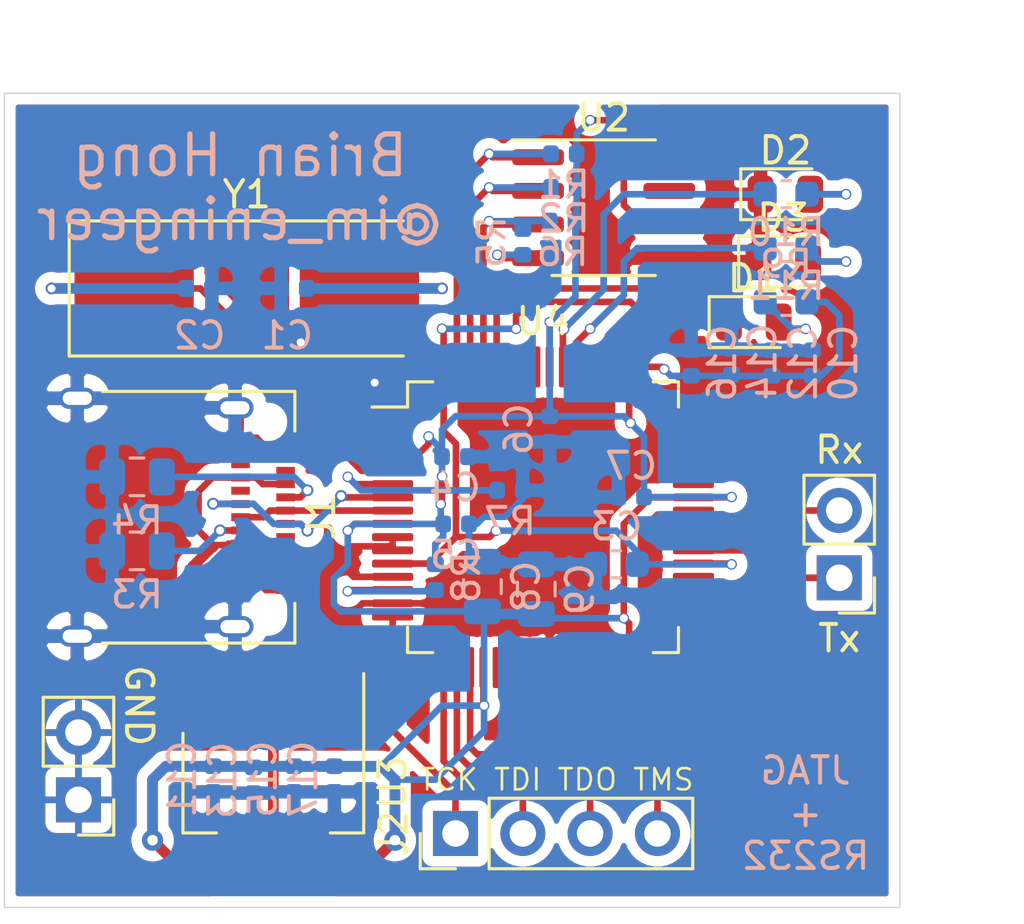
<source format=kicad_pcb>
(kicad_pcb (version 20171130) (host pcbnew 5.1.5-52549c5~84~ubuntu18.04.1)
  (layers (0 F.Cu signal) (31 B.Cu signal) (34 B.Paste user) (35 F.Paste user) (36 B.SilkS user) (37 F.SilkS user) (38 B.Mask user) (39 F.Mask user) (44 Edge.Cuts user))
  (net 0 "")
  (net 1 GND)
  (net 2 "Net-(C1-Pad1)")
  (net 3 "Net-(C2-Pad1)")
  (net 4 +1V8)
  (net 5 +3V3)
  (net 6 "Net-(D1-Pad2)")
  (net 7 "Net-(D1-Pad1)")
  (net 8 "Net-(D2-Pad2)")
  (net 9 "Net-(D3-Pad2)")
  (net 10 "Net-(J1-PadB8)")
  (net 11 /USB_DM)
  (net 12 /USB_DP)
  (net 13 "Net-(J1-PadB5)")
  (net 14 "Net-(J1-PadA8)")
  (net 15 "Net-(J1-PadA5)")
  (net 16 "Net-(J2-Pad4)")
  (net 17 "Net-(J2-Pad3)")
  (net 18 "Net-(J2-Pad2)")
  (net 19 "Net-(J2-Pad1)")
  (net 20 "Net-(J3-Pad2)")
  (net 21 "Net-(J3-Pad1)")
  (net 22 /CS)
  (net 23 /CLK)
  (net 24 "Net-(R5-Pad2)")
  (net 25 /DATA)
  (net 26 "Net-(R7-Pad1)")
  (net 27 "Net-(R8-Pad1)")
  (net 28 "Net-(U2-Pad7)")
  (net 29 "Net-(U4-Pad36)")
  (net 30 +5V)
  (net 31 "Net-(R10-Pad1)")
  (net 32 "Net-(R11-Pad1)")
  (net 33 "Net-(U4-Pad59)")
  (net 34 "Net-(U4-Pad58)")
  (net 35 "Net-(U4-Pad57)")
  (net 36 "Net-(U4-Pad53)")
  (net 37 "Net-(U4-Pad52)")
  (net 38 "Net-(U4-Pad48)")
  (net 39 "Net-(U4-Pad46)")
  (net 40 "Net-(U4-Pad45)")
  (net 41 "Net-(U4-Pad44)")
  (net 42 "Net-(U4-Pad43)")
  (net 43 "Net-(U4-Pad41)")
  (net 44 "Net-(U4-Pad40)")
  (net 45 "Net-(U4-Pad34)")
  (net 46 "Net-(U4-Pad33)")
  (net 47 "Net-(U4-Pad32)")
  (net 48 "Net-(U4-Pad30)")
  (net 49 "Net-(U4-Pad29)")
  (net 50 "Net-(U4-Pad28)")
  (net 51 "Net-(U4-Pad27)")
  (net 52 "Net-(U4-Pad26)")
  (net 53 "Net-(U4-Pad24)")
  (net 54 "Net-(U4-Pad23)")
  (net 55 "Net-(U4-Pad22)")
  (net 56 "Net-(U4-Pad21)")
  (module Connector_PinHeader_2.54mm:PinHeader_1x02_P2.54mm_Vertical (layer F.Cu) (at 84.074 71.628 180)
    (fp_text reference REF** hide)
    (fp_text value PinHeader_1x02_P2.54mm_Vertical hide)
    (pad 2 thru_hole oval (at 0 2.54 180) (size 1.7 1.7) (drill 1) (layers *.Cu *.Mask))
    (pad 1 thru_hole rect (at 0 0 180) (size 1.7 1.7) (drill 1) (layers *.Cu *.Mask))
  )
  (module Symbol:OSHW-Logo_5.7x6mm_Copper (layer F.Cu) (at 110.744 70.104)
    (fp_text reference REF** hide)
    (fp_text value OSHW-Logo_5.7x6mm_Copper hide)
    (fp_poly (pts (xy 0.376964 -2.709982) (xy 0.433812 -2.40843) (xy 0.853338 -2.235488) (xy 1.104984 -2.406605) (xy 1.175458 -2.45425) (xy 1.239163 -2.49679) (xy 1.293126 -2.532285) (xy 1.334373 -2.55879) (xy 1.359934 -2.574364) (xy 1.366895 -2.577722) (xy 1.379435 -2.569086) (xy 1.406231 -2.545208) (xy 1.44428 -2.509141) (xy 1.490579 -2.463933) (xy 1.542123 -2.412636) (xy 1.595909 -2.358299) (xy 1.648935 -2.303972) (xy 1.698195 -2.252705) (xy 1.740687 -2.207549) (xy 1.773407 -2.171554) (xy 1.793351 -2.14777) (xy 1.798119 -2.13981) (xy 1.791257 -2.125135) (xy 1.77202 -2.092986) (xy 1.74243 -2.046508) (xy 1.70451 -1.988844) (xy 1.660282 -1.92314) (xy 1.634654 -1.885664) (xy 1.587941 -1.817232) (xy 1.546432 -1.75548) (xy 1.51214 -1.703481) (xy 1.48708 -1.664308) (xy 1.473264 -1.641035) (xy 1.471188 -1.636145) (xy 1.475895 -1.622245) (xy 1.488723 -1.58985) (xy 1.507738 -1.543515) (xy 1.531003 -1.487794) (xy 1.556584 -1.427242) (xy 1.582545 -1.366414) (xy 1.60695 -1.309864) (xy 1.627863 -1.262148) (xy 1.643349 -1.227819) (xy 1.651472 -1.211432) (xy 1.651952 -1.210788) (xy 1.664707 -1.207659) (xy 1.698677 -1.200679) (xy 1.75034 -1.190533) (xy 1.816176 -1.177908) (xy 1.892664 -1.163491) (xy 1.93729 -1.155177) (xy 2.019021 -1.139616) (xy 2.092843 -1.124808) (xy 2.155021 -1.111564) (xy 2.201822 -1.100695) (xy 2.229509 -1.093011) (xy 2.235074 -1.090573) (xy 2.240526 -1.07407) (xy 2.244924 -1.0368) (xy 2.248272 -0.98312) (xy 2.250574 -0.917388) (xy 2.251832 -0.843963) (xy 2.252048 -0.767204) (xy 2.251227 -0.691468) (xy 2.249371 -0.621114) (xy 2.246482 -0.5605) (xy 2.242565 -0.513984) (xy 2.237622 -0.485925) (xy 2.234657 -0.480084) (xy 2.216934 -0.473083) (xy 2.179381 -0.463073) (xy 2.126964 -0.451231) (xy 2.064652 -0.438733) (xy 2.0429 -0.43469) (xy 1.938024 -0.41548) (xy 1.85518 -0.400009) (xy 1.79163 -0.387663) (xy 1.744637 -0.377827) (xy 1.711463 -0.369886) (xy 1.689371 -0.363224) (xy 1.675624 -0.357227) (xy 1.667484 -0.351281) (xy 1.666345 -0.350106) (xy 1.654977 -0.331174) (xy 1.637635 -0.294331) (xy 1.61605 -0.244087) (xy 1.591954 -0.184954) (xy 1.567079 -0.121444) (xy 1.543157 -0.058068) (xy 1.521919 0.000662) (xy 1.505097 0.050235) (xy 1.494422 0.086139) (xy 1.491627 0.103862) (xy 1.49186 0.104483) (xy 1.501331 0.11897) (xy 1.522818 0.150844) (xy 1.554063 0.196789) (xy 1.592807 0.253485) (xy 1.636793 0.317617) (xy 1.649319 0.335842) (xy 1.693984 0.401914) (xy 1.733288 0.4622) (xy 1.765088 0.513235) (xy 1.787245 0.55156) (xy 1.797617 0.573711) (xy 1.798119 0.576432) (xy 1.789405 0.590736) (xy 1.765325 0.619072) (xy 1.728976 0.658396) (xy 1.683453 0.705661) (xy 1.631852 0.757823) (xy 1.577267 0.811835) (xy 1.522794 0.864653) (xy 1.471529 0.913231) (xy 1.426567 0.954523) (xy 1.391004 0.985485) (xy 1.367935 1.00307) (xy 1.361554 1.005941) (xy 1.346699 0.999178) (xy 1.316286 0.980939) (xy 1.275268 0.954297) (xy 1.243709 0.932852) (xy 1.186525 0.893503) (xy 1.118806 0.847171) (xy 1.05088 0.800913) (xy 1.014361 0.776155) (xy 0.890752 0.692547) (xy 0.786991 0.74865) (xy 0.73972 0.773228) (xy 0.699523 0.792331) (xy 0.672326 0.803227) (xy 0.665402 0.804743) (xy 0.657077 0.793549) (xy 0.640654 0.761917) (xy 0.617357 0.712765) (xy 0.588414 0.64901) (xy 0.55505 0.573571) (xy 0.518491 0.489364) (xy 0.479964 0.399308) (xy 0.440694 0.306321) (xy 0.401908 0.21332) (xy 0.36483 0.123223) (xy 0.330689 0.038948) (xy 0.300708 -0.036587) (xy 0.276116 -0.100466) (xy 0.258136 -0.149769) (xy 0.247997 -0.181579) (xy 0.246366 -0.192504) (xy 0.259291 -0.206439) (xy 0.287589 -0.22906) (xy 0.325346 -0.255667) (xy 0.328515 -0.257772) (xy 0.4261 -0.335886) (xy 0.504786 -0.427018) (xy 0.563891 -0.528255) (xy 0.602732 -0.636682) (xy 0.620628 -0.749386) (xy 0.616897 -0.863452) (xy 0.590857 -0.975966) (xy 0.541825 -1.084015) (xy 0.5274 -1.107655) (xy 0.452369 -1.203113) (xy 0.36373 -1.279768) (xy 0.264549 -1.33722) (xy 0.157895 -1.375071) (xy 0.046836 -1.392922) (xy -0.065561 -1.390375) (xy -0.176227 -1.36703) (xy -0.282094 -1.32249) (xy -0.380095 -1.256355) (xy -0.41041 -1.229513) (xy -0.487562 -1.145488) (xy -0.543782 -1.057034) (xy -0.582347 -0.957885) (xy -0.603826 -0.859697) (xy -0.609128 -0.749303) (xy -0.591448 -0.63836) (xy -0.552581 -0.530619) (xy -0.494323 -0.429831) (xy -0.418469 -0.339744) (xy -0.326817 -0.264108) (xy -0.314772 -0.256136) (xy -0.276611 -0.230026) (xy -0.247601 -0.207405) (xy -0.233732 -0.192961) (xy -0.233531 -0.192504) (xy -0.236508 -0.176879) (xy -0.248311 -0.141418) (xy -0.267714 -0.089038) (xy -0.293488 -0.022655) (xy -0.324409 0.054814) (xy -0.359249 0.14045) (xy -0.396783 0.231337) (xy -0.435783 0.324559) (xy -0.475023 0.417197) (xy -0.513276 0.506335) (xy -0.549317 0.589055) (xy -0.581917 0.662441) (xy -0.609852 0.723575) (xy -0.631895 0.769541) (xy -0.646818 0.797421) (xy -0.652828 0.804743) (xy -0.671191 0.799041) (xy -0.705552 0.783749) (xy -0.749984 0.761599) (xy -0.774417 0.74865) (xy -0.878178 0.692547) (xy -1.001787 0.776155) (xy -1.064886 0.818987) (xy -1.13397 0.866122) (xy -1.198707 0.910503) (xy -1.231134 0.932852) (xy -1.276741 0.963477) (xy -1.31536 0.987747) (xy -1.341952 1.002587) (xy -1.35059 1.005724) (xy -1.363161 0.997261) (xy -1.390984 0.973636) (xy -1.431361 0.937302) (xy -1.481595 0.890711) (xy -1.538988 0.836317) (xy -1.575286 0.801392) (xy -1.63879 0.738996) (xy -1.693673 0.683188) (xy -1.737714 0.636354) (xy -1.768695 0.600882) (xy -1.784398 0.579161) (xy -1.785905 0.574752) (xy -1.778914 0.557985) (xy -1.759594 0.524082) (xy -1.730091 0.476476) (xy -1.692545 0.418599) (xy -1.6491 0.353884) (xy -1.636745 0.335842) (xy -1.591727 0.270267) (xy -1.55134 0.211228) (xy -1.51784 0.162042) (xy -1.493486 0.126028) (xy -1.480536 0.106502) (xy -1.479285 0.104483) (xy -1.481156 0.088922) (xy -1.491087 0.054709) (xy -1.507347 0.006355) (xy -1.528205 -0.051629) (xy -1.551927 -0.11473) (xy -1.576784 -0.178437) (xy -1.601042 -0.238239) (xy -1.622971 -0.289624) (xy -1.640838 -0.328081) (xy -1.652913 -0.349098) (xy -1.653771 -0.350106) (xy -1.661154 -0.356112) (xy -1.673625 -0.362052) (xy -1.69392 -0.36854) (xy -1.724778 -0.376191) (xy -1.768934 -0.38562) (xy -1.829126 -0.397441) (xy -1.908093 -0.412271) (xy -2.00857 -0.430723) (xy -2.030325 -0.43469) (xy -2.094802 -0.447147) (xy -2.151011 -0.459334) (xy -2.193987 -0.470074) (xy -2.21876 -0.478191) (xy -2.222082 -0.480084) (xy -2.227556 -0.496862) (xy -2.232006 -0.534355) (xy -2.235428 -0.588206) (xy -2.237819 -0.654056) (xy -2.239177 -0.727547) (xy -2.239499 -0.80432) (xy -2.238781 -0.880017) (xy -2.237021 -0.95028) (xy -2.234216 -1.01075) (xy -2.230362 -1.05707) (xy -2.225457 -1.084881) (xy -2.2225 -1.090573) (xy -2.206037 -1.096314) (xy -2.168551 -1.105655) (xy -2.113775 -1.117785) (xy -2.045445 -1.131893) (xy -1.967294 -1.14717) (xy -1.924716 -1.155177) (xy -1.843929 -1.170279) (xy -1.771887 -1.18396) (xy -1.712111 -1.195533) (xy -1.668121 -1.204313) (xy -1.643439 -1.209613) (xy -1.639377 -1.210788) (xy -1.632511 -1.224035) (xy -1.617998 -1.255943) (xy -1.597771 -1.301953) (xy -1.573766 -1.357508) (xy -1.547918 -1.418047) (xy -1.52216 -1.479014) (xy -1.498427 -1.535849) (xy -1.478654 -1.583994) (xy -1.464776 -1.61889) (xy -1.458726 -1.635979) (xy -1.458614 -1.636726) (xy -1.465472 -1.650207) (xy -1.484698 -1.68123) (xy -1.514272 -1.726711) (xy -1.552173 -1.783568) (xy -1.59638 -1.848717) (xy -1.622079 -1.886138) (xy -1.668907 -1.954753) (xy -1.710499 -2.017048) (xy -1.744825 -2.069871) (xy -1.769857 -2.110073) (xy -1.783565 -2.1345) (xy -1.785544 -2.139976) (xy -1.777034 -2.152722) (xy -1.753507 -2.179937) (xy -1.717968 -2.218572) (xy -1.673423 -2.265577) (xy -1.622877 -2.317905) (xy -1.569336 -2.372505) (xy -1.515805 -2.42633) (xy -1.465289 -2.47633) (xy -1.420794 -2.519457) (xy -1.385325 -2.552661) (xy -1.361887 -2.572894) (xy -1.354046 -2.577722) (xy -1.34128 -2.570933) (xy -1.310744 -2.551858) (xy -1.26541 -2.522439) (xy -1.208244 -2.484619) (xy -1.142216 -2.440339) (xy -1.09241 -2.406605) (xy -0.840764 -2.235488) (xy -0.631001 -2.321959) (xy -0.421237 -2.40843) (xy -0.364389 -2.709982) (xy -0.30754 -3.011534) (xy 0.320115 -3.011534) (xy 0.376964 -2.709982)) (layer F.Cu) (width 0.01))
    (fp_poly (pts (xy 1.79946 1.45803) (xy 1.842711 1.471245) (xy 1.870558 1.487941) (xy 1.879629 1.501145) (xy 1.877132 1.516797) (xy 1.860931 1.541385) (xy 1.847232 1.5588) (xy 1.818992 1.590283) (xy 1.797775 1.603529) (xy 1.779688 1.602664) (xy 1.726035 1.58901) (xy 1.68663 1.58963) (xy 1.654632 1.605104) (xy 1.64389 1.614161) (xy 1.609505 1.646027) (xy 1.609505 2.062179) (xy 1.471188 2.062179) (xy 1.471188 1.458614) (xy 1.540347 1.458614) (xy 1.581869 1.460256) (xy 1.603291 1.466087) (xy 1.609502 1.477461) (xy 1.609505 1.477798) (xy 1.612439 1.489713) (xy 1.625704 1.488159) (xy 1.644084 1.479563) (xy 1.682046 1.463568) (xy 1.712872 1.453945) (xy 1.752536 1.451478) (xy 1.79946 1.45803)) (layer F.Cu) (width 0.01))
    (fp_poly (pts (xy -0.754012 1.469002) (xy -0.722717 1.48395) (xy -0.692409 1.505541) (xy -0.669318 1.530391) (xy -0.6525 1.562087) (xy -0.641006 1.604214) (xy -0.633891 1.660358) (xy -0.630207 1.734106) (xy -0.629008 1.829044) (xy -0.628989 1.838985) (xy -0.628713 2.062179) (xy -0.76703 2.062179) (xy -0.76703 1.856418) (xy -0.767128 1.780189) (xy -0.767809 1.724939) (xy -0.769651 1.686501) (xy -0.773233 1.660706) (xy -0.779132 1.643384) (xy -0.787927 1.630368) (xy -0.80018 1.617507) (xy -0.843047 1.589873) (xy -0.889843 1.584745) (xy -0.934424 1.602217) (xy -0.949928 1.615221) (xy -0.96131 1.627447) (xy -0.969481 1.64054) (xy -0.974974 1.658615) (xy -0.97832 1.685787) (xy -0.980051 1.72617) (xy -0.980697 1.783879) (xy -0.980792 1.854132) (xy -0.980792 2.062179) (xy -1.119109 2.062179) (xy -1.119109 1.458614) (xy -1.04995 1.458614) (xy -1.008428 1.460256) (xy -0.987006 1.466087) (xy -0.980795 1.477461) (xy -0.980792 1.477798) (xy -0.97791 1.488938) (xy -0.965199 1.487674) (xy -0.939926 1.475434) (xy -0.882605 1.457424) (xy -0.817037 1.455421) (xy -0.754012 1.469002)) (layer F.Cu) (width 0.01))
    (fp_poly (pts (xy 2.677898 1.456457) (xy 2.710096 1.464279) (xy 2.771825 1.492921) (xy 2.82461 1.536667) (xy 2.861141 1.589117) (xy 2.86616 1.600893) (xy 2.873045 1.63174) (xy 2.877864 1.677371) (xy 2.879505 1.723492) (xy 2.879505 1.810693) (xy 2.697178 1.810693) (xy 2.621979 1.810978) (xy 2.569003 1.812704) (xy 2.535325 1.817181) (xy 2.51802 1.82572) (xy 2.514163 1.83963) (xy 2.520829 1.860222) (xy 2.53277 1.884315) (xy 2.56608 1.924525) (xy 2.612368 1.944558) (xy 2.668944 1.943905) (xy 2.733031 1.922101) (xy 2.788417 1.895193) (xy 2.834375 1.931532) (xy 2.880333 1.967872) (xy 2.837096 2.007819) (xy 2.779374 2.045563) (xy 2.708386 2.06832) (xy 2.632029 2.074688) (xy 2.558199 2.063268) (xy 2.546287 2.059393) (xy 2.481399 2.025506) (xy 2.43313 1.974986) (xy 2.400465 1.906325) (xy 2.382385 1.818014) (xy 2.382175 1.816121) (xy 2.380556 1.719878) (xy 2.3871 1.685542) (xy 2.514852 1.685542) (xy 2.526584 1.690822) (xy 2.558438 1.694867) (xy 2.605397 1.697176) (xy 2.635154 1.697525) (xy 2.690648 1.697306) (xy 2.725346 1.695916) (xy 2.743601 1.692251) (xy 2.749766 1.68521) (xy 2.748195 1.67369) (xy 2.746878 1.669233) (xy 2.724382 1.627355) (xy 2.689003 1.593604) (xy 2.65778 1.578773) (xy 2.616301 1.579668) (xy 2.574269 1.598164) (xy 2.539012 1.628786) (xy 2.517854 1.666062) (xy 2.514852 1.685542) (xy 2.3871 1.685542) (xy 2.39669 1.635229) (xy 2.428698 1.564191) (xy 2.474701 1.508779) (xy 2.532821 1.471009) (xy 2.60118 1.452896) (xy 2.677898 1.456457)) (layer F.Cu) (width 0.01))
    (fp_poly (pts (xy 2.217226 1.46388) (xy 2.29008 1.49483) (xy 2.313027 1.509895) (xy 2.342354 1.533048) (xy 2.360764 1.551253) (xy 2.363961 1.557183) (xy 2.354935 1.57034) (xy 2.331837 1.592667) (xy 2.313344 1.60825) (xy 2.262728 1.648926) (xy 2.22276 1.615295) (xy 2.191874 1.593584) (xy 2.161759 1.58609) (xy 2.127292 1.58792) (xy 2.072561 1.601528) (xy 2.034886 1.629772) (xy 2.011991 1.675433) (xy 2.001597 1.741289) (xy 2.001595 1.741331) (xy 2.002494 1.814939) (xy 2.016463 1.868946) (xy 2.044328 1.905716) (xy 2.063325 1.918168) (xy 2.113776 1.933673) (xy 2.167663 1.933683) (xy 2.214546 1.918638) (xy 2.225644 1.911287) (xy 2.253476 1.892511) (xy 2.275236 1.889434) (xy 2.298704 1.903409) (xy 2.324649 1.92851) (xy 2.365716 1.97088) (xy 2.320121 2.008464) (xy 2.249674 2.050882) (xy 2.170233 2.071785) (xy 2.087215 2.070272) (xy 2.032694 2.056411) (xy 1.96897 2.022135) (xy 1.918005 1.968212) (xy 1.894851 1.930149) (xy 1.876099 1.875536) (xy 1.866715 1.806369) (xy 1.866643 1.731407) (xy 1.875824 1.659409) (xy 1.894199 1.599137) (xy 1.897093 1.592958) (xy 1.939952 1.532351) (xy 1.997979 1.488224) (xy 2.066591 1.461493) (xy 2.141201 1.453073) (xy 2.217226 1.46388)) (layer F.Cu) (width 0.01))
    (fp_poly (pts (xy 0.993367 1.654342) (xy 0.994555 1.746563) (xy 0.998897 1.81661) (xy 1.007558 1.867381) (xy 1.021704 1.901772) (xy 1.0425 1.922679) (xy 1.07111 1.933) (xy 1.106535 1.935636) (xy 1.143636 1.932682) (xy 1.171818 1.921889) (xy 1.192243 1.90036) (xy 1.206079 1.865199) (xy 1.214491 1.81351) (xy 1.218643 1.742394) (xy 1.219703 1.654342) (xy 1.219703 1.458614) (xy 1.35802 1.458614) (xy 1.35802 2.062179) (xy 1.288862 2.062179) (xy 1.24717 2.060489) (xy 1.225701 2.054556) (xy 1.219703 2.043293) (xy 1.216091 2.033261) (xy 1.201714 2.035383) (xy 1.172736 2.04958) (xy 1.106319 2.07148) (xy 1.035875 2.069928) (xy 0.968377 2.046147) (xy 0.936233 2.027362) (xy 0.911715 2.007022) (xy 0.893804 1.981573) (xy 0.881479 1.947458) (xy 0.873723 1.901121) (xy 0.869516 1.839007) (xy 0.86784 1.757561) (xy 0.867624 1.694578) (xy 0.867624 1.458614) (xy 0.993367 1.458614) (xy 0.993367 1.654342)) (layer F.Cu) (width 0.01))
    (fp_poly (pts (xy 0.610762 1.466055) (xy 0.674363 1.500692) (xy 0.724123 1.555372) (xy 0.747568 1.599842) (xy 0.757634 1.639121) (xy 0.764156 1.695116) (xy 0.766951 1.759621) (xy 0.765836 1.824429) (xy 0.760626 1.881334) (xy 0.754541 1.911727) (xy 0.734014 1.953306) (xy 0.698463 1.997468) (xy 0.655619 2.036087) (xy 0.613211 2.061034) (xy 0.612177 2.06143) (xy 0.559553 2.072331) (xy 0.497188 2.072601) (xy 0.437924 2.062676) (xy 0.41504 2.054722) (xy 0.356102 2.0213) (xy 0.31389 1.977511) (xy 0.286156 1.919538) (xy 0.270651 1.843565) (xy 0.267143 1.803771) (xy 0.26759 1.753766) (xy 0.402376 1.753766) (xy 0.406917 1.826732) (xy 0.419986 1.882334) (xy 0.440756 1.917861) (xy 0.455552 1.92802) (xy 0.493464 1.935104) (xy 0.538527 1.933007) (xy 0.577487 1.922812) (xy 0.587704 1.917204) (xy 0.614659 1.884538) (xy 0.632451 1.834545) (xy 0.640024 1.773705) (xy 0.636325 1.708497) (xy 0.628057 1.669253) (xy 0.60432 1.623805) (xy 0.566849 1.595396) (xy 0.52172 1.585573) (xy 0.475011 1.595887) (xy 0.439132 1.621112) (xy 0.420277 1.641925) (xy 0.409272 1.662439) (xy 0.404026 1.690203) (xy 0.402449 1.732762) (xy 0.402376 1.753766) (xy 0.26759 1.753766) (xy 0.268094 1.69758) (xy 0.285388 1.610501) (xy 0.319029 1.54253) (xy 0.369018 1.493664) (xy 0.435356 1.463899) (xy 0.449601 1.460448) (xy 0.53521 1.452345) (xy 0.610762 1.466055)) (layer F.Cu) (width 0.01))
    (fp_poly (pts (xy 0.014017 1.456452) (xy 0.061634 1.465482) (xy 0.111034 1.48437) (xy 0.116312 1.486777) (xy 0.153774 1.506476) (xy 0.179717 1.524781) (xy 0.188103 1.536508) (xy 0.180117 1.555632) (xy 0.16072 1.58385) (xy 0.15211 1.594384) (xy 0.116628 1.635847) (xy 0.070885 1.608858) (xy 0.02735 1.590878) (xy -0.02295 1.581267) (xy -0.071188 1.58066) (xy -0.108533 1.589691) (xy -0.117495 1.595327) (xy -0.134563 1.621171) (xy -0.136637 1.650941) (xy -0.123866 1.674197) (xy -0.116312 1.678708) (xy -0.093675 1.684309) (xy -0.053885 1.690892) (xy -0.004834 1.697183) (xy 0.004215 1.69817) (xy 0.082996 1.711798) (xy 0.140136 1.734946) (xy 0.17803 1.769752) (xy 0.199079 1.818354) (xy 0.205635 1.877718) (xy 0.196577 1.945198) (xy 0.167164 1.998188) (xy 0.117278 2.036783) (xy 0.0468 2.061081) (xy -0.031435 2.070667) (xy -0.095234 2.070552) (xy -0.146984 2.061845) (xy -0.182327 2.049825) (xy -0.226983 2.02888) (xy -0.268253 2.004574) (xy -0.282921 1.993876) (xy -0.320643 1.963084) (xy -0.275148 1.917049) (xy -0.229653 1.871013) (xy -0.177928 1.905243) (xy -0.126048 1.930952) (xy -0.070649 1.944399) (xy -0.017395 1.945818) (xy 0.028049 1.935443) (xy 0.060016 1.913507) (xy 0.070338 1.894998) (xy 0.068789 1.865314) (xy 0.04314 1.842615) (xy -0.00654 1.82694) (xy -0.060969 1.819695) (xy -0.144736 1.805873) (xy -0.206967 1.779796) (xy -0.248493 1.740699) (xy -0.270147 1.68782) (xy -0.273147 1.625126) (xy -0.258329 1.559642) (xy -0.224546 1.510144) (xy -0.171495 1.476408) (xy -0.098874 1.458207) (xy -0.045072 1.454639) (xy 0.014017 1.456452)) (layer F.Cu) (width 0.01))
    (fp_poly (pts (xy -1.356699 1.472614) (xy -1.344168 1.478514) (xy -1.300799 1.510283) (xy -1.25979 1.556646) (xy -1.229168 1.607696) (xy -1.220459 1.631166) (xy -1.212512 1.673091) (xy -1.207774 1.723757) (xy -1.207199 1.744679) (xy -1.207129 1.810693) (xy -1.587083 1.810693) (xy -1.578983 1.845273) (xy -1.559104 1.88617) (xy -1.524347 1.921514) (xy -1.482998 1.944282) (xy -1.456649 1.94901) (xy -1.420916 1.943273) (xy -1.378282 1.928882) (xy -1.363799 1.922262) (xy -1.31024 1.895513) (xy -1.264533 1.930376) (xy -1.238158 1.953955) (xy -1.224124 1.973417) (xy -1.223414 1.979129) (xy -1.235951 1.992973) (xy -1.263428 2.014012) (xy -1.288366 2.030425) (xy -1.355664 2.05993) (xy -1.43111 2.073284) (xy -1.505888 2.069812) (xy -1.565495 2.051663) (xy -1.626941 2.012784) (xy -1.670608 1.961595) (xy -1.697926 1.895367) (xy -1.710322 1.811371) (xy -1.711421 1.772936) (xy -1.707022 1.684861) (xy -1.706482 1.682299) (xy -1.580582 1.682299) (xy -1.577115 1.690558) (xy -1.562863 1.695113) (xy -1.53347 1.697065) (xy -1.484575 1.697517) (xy -1.465748 1.697525) (xy -1.408467 1.696843) (xy -1.372141 1.694364) (xy -1.352604 1.689443) (xy -1.34569 1.681434) (xy -1.345445 1.678862) (xy -1.353336 1.658423) (xy -1.373085 1.629789) (xy -1.381575 1.619763) (xy -1.413094 1.591408) (xy -1.445949 1.580259) (xy -1.463651 1.579327) (xy -1.511539 1.590981) (xy -1.551699 1.622285) (xy -1.577173 1.667752) (xy -1.577625 1.669233) (xy -1.580582 1.682299) (xy -1.706482 1.682299) (xy -1.692392 1.61551) (xy -1.666038 1.560025) (xy -1.633807 1.520639) (xy -1.574217 1.477931) (xy -1.504168 1.455109) (xy -1.429661 1.453046) (xy -1.356699 1.472614)) (layer F.Cu) (width 0.01))
    (fp_poly (pts (xy -2.538261 1.465148) (xy -2.472479 1.494231) (xy -2.42254 1.542793) (xy -2.388374 1.610908) (xy -2.369907 1.698651) (xy -2.368583 1.712351) (xy -2.367546 1.808939) (xy -2.380993 1.893602) (xy -2.408108 1.962221) (xy -2.422627 1.984294) (xy -2.473201 2.031011) (xy -2.537609 2.061268) (xy -2.609666 2.073824) (xy -2.683185 2.067439) (xy -2.739072 2.047772) (xy -2.787132 2.014629) (xy -2.826412 1.971175) (xy -2.827092 1.970158) (xy -2.843044 1.943338) (xy -2.85341 1.916368) (xy -2.859688 1.882332) (xy -2.863373 1.83431) (xy -2.864997 1.794931) (xy -2.865672 1.759219) (xy -2.739955 1.759219) (xy -2.738726 1.79477) (xy -2.734266 1.842094) (xy -2.726397 1.872465) (xy -2.712207 1.894072) (xy -2.698917 1.906694) (xy -2.651802 1.933122) (xy -2.602505 1.936653) (xy -2.556593 1.917639) (xy -2.533638 1.896331) (xy -2.517096 1.874859) (xy -2.507421 1.854313) (xy -2.503174 1.827574) (xy -2.50292 1.787523) (xy -2.504228 1.750638) (xy -2.507043 1.697947) (xy -2.511505 1.663772) (xy -2.519548 1.64148) (xy -2.533103 1.624442) (xy -2.543845 1.614703) (xy -2.588777 1.589123) (xy -2.637249 1.587847) (xy -2.677894 1.602999) (xy -2.712567 1.634642) (xy -2.733224 1.68662) (xy -2.739955 1.759219) (xy -2.865672 1.759219) (xy -2.866479 1.716621) (xy -2.863948 1.658056) (xy -2.856362 1.614007) (xy -2.842681 1.579248) (xy -2.821865 1.548551) (xy -2.814147 1.539436) (xy -2.765889 1.494021) (xy -2.714128 1.467493) (xy -2.650828 1.456379) (xy -2.619961 1.455471) (xy -2.538261 1.465148)) (layer F.Cu) (width 0.01))
    (fp_poly (pts (xy 2.032581 2.40497) (xy 2.092685 2.420597) (xy 2.143021 2.452848) (xy 2.167393 2.47694) (xy 2.207345 2.533895) (xy 2.230242 2.599965) (xy 2.238108 2.681182) (xy 2.238148 2.687748) (xy 2.238218 2.753763) (xy 1.858264 2.753763) (xy 1.866363 2.788342) (xy 1.880987 2.819659) (xy 1.906581 2.852291) (xy 1.911935 2.8575) (xy 1.957943 2.885694) (xy 2.01041 2.890475) (xy 2.070803 2.871926) (xy 2.08104 2.866931) (xy 2.112439 2.851745) (xy 2.13347 2.843094) (xy 2.137139 2.842293) (xy 2.149948 2.850063) (xy 2.174378 2.869072) (xy 2.186779 2.87946) (xy 2.212476 2.903321) (xy 2.220915 2.919077) (xy 2.215058 2.933571) (xy 2.211928 2.937534) (xy 2.190725 2.954879) (xy 2.155738 2.975959) (xy 2.131337 2.988265) (xy 2.062072 3.009946) (xy 1.985388 3.016971) (xy 1.912765 3.008647) (xy 1.892426 3.002686) (xy 1.829476 2.968952) (xy 1.782815 2.917045) (xy 1.752173 2.846459) (xy 1.737282 2.756692) (xy 1.735647 2.709753) (xy 1.740421 2.641413) (xy 1.86099 2.641413) (xy 1.872652 2.646465) (xy 1.903998 2.650429) (xy 1.949571 2.652768) (xy 1.980446 2.653169) (xy 2.035981 2.652783) (xy 2.071033 2.650975) (xy 2.090262 2.646773) (xy 2.09833 2.639203) (xy 2.099901 2.628218) (xy 2.089121 2.594381) (xy 2.06198 2.56094) (xy 2.026277 2.535272) (xy 1.99056 2.524772) (xy 1.942048 2.534086) (xy 1.900053 2.561013) (xy 1.870936 2.599827) (xy 1.86099 2.641413) (xy 1.740421 2.641413) (xy 1.742599 2.610236) (xy 1.764055 2.530949) (xy 1.80047 2.471263) (xy 1.852297 2.430549) (xy 1.91999 2.408179) (xy 1.956662 2.403871) (xy 2.032581 2.40497)) (layer F.Cu) (width 0.01))
    (fp_poly (pts (xy 1.635255 2.401486) (xy 1.683595 2.411015) (xy 1.711114 2.425125) (xy 1.740064 2.448568) (xy 1.698876 2.500571) (xy 1.673482 2.532064) (xy 1.656238 2.547428) (xy 1.639102 2.549776) (xy 1.614027 2.542217) (xy 1.602257 2.537941) (xy 1.55427 2.531631) (xy 1.510324 2.545156) (xy 1.47806 2.57571) (xy 1.472819 2.585452) (xy 1.467112 2.611258) (xy 1.462706 2.658817) (xy 1.459811 2.724758) (xy 1.458631 2.80571) (xy 1.458614 2.817226) (xy 1.458614 3.017822) (xy 1.320297 3.017822) (xy 1.320297 2.401683) (xy 1.389456 2.401683) (xy 1.429333 2.402725) (xy 1.450107 2.407358) (xy 1.457789 2.417849) (xy 1.458614 2.427745) (xy 1.458614 2.453806) (xy 1.491745 2.427745) (xy 1.529735 2.409965) (xy 1.58077 2.401174) (xy 1.635255 2.401486)) (layer F.Cu) (width 0.01))
    (fp_poly (pts (xy 1.038411 2.405417) (xy 1.091411 2.41829) (xy 1.106731 2.42511) (xy 1.136428 2.442974) (xy 1.15922 2.463093) (xy 1.176083 2.488962) (xy 1.187998 2.524073) (xy 1.195942 2.57192) (xy 1.200894 2.635996) (xy 1.203831 2.719794) (xy 1.204947 2.775768) (xy 1.209052 3.017822) (xy 1.138932 3.017822) (xy 1.096393 3.016038) (xy 1.074476 3.009942) (xy 1.068812 2.999706) (xy 1.065821 2.988637) (xy 1.052451 2.990754) (xy 1.034233 2.999629) (xy 0.988624 3.013233) (xy 0.930007 3.016899) (xy 0.868354 3.010903) (xy 0.813638 2.995521) (xy 0.80873 2.993386) (xy 0.758723 2.958255) (xy 0.725756 2.909419) (xy 0.710587 2.852333) (xy 0.711746 2.831824) (xy 0.835508 2.831824) (xy 0.846413 2.859425) (xy 0.878745 2.879204) (xy 0.93091 2.889819) (xy 0.958787 2.891228) (xy 1.005247 2.88762) (xy 1.036129 2.873597) (xy 1.043664 2.866931) (xy 1.064076 2.830666) (xy 1.068812 2.797773) (xy 1.068812 2.753763) (xy 1.007513 2.753763) (xy 0.936256 2.757395) (xy 0.886276 2.768818) (xy 0.854696 2.788824) (xy 0.847626 2.797743) (xy 0.835508 2.831824) (xy 0.711746 2.831824) (xy 0.713971 2.792456) (xy 0.736663 2.735244) (xy 0.767624 2.69658) (xy 0.786376 2.679864) (xy 0.804733 2.668878) (xy 0.828619 2.66218) (xy 0.863957 2.658326) (xy 0.916669 2.655873) (xy 0.937577 2.655168) (xy 1.068812 2.650879) (xy 1.06862 2.611158) (xy 1.063537 2.569405) (xy 1.045162 2.544158) (xy 1.008039 2.52803) (xy 1.007043 2.527742) (xy 0.95441 2.5214) (xy 0.902906 2.529684) (xy 0.86463 2.549827) (xy 0.849272 2.559773) (xy 0.83273 2.558397) (xy 0.807275 2.543987) (xy 0.792328 2.533817) (xy 0.763091 2.512088) (xy 0.74498 2.4958) (xy 0.742074 2.491137) (xy 0.75404 2.467005) (xy 0.789396 2.438185) (xy 0.804753 2.428461) (xy 0.848901 2.411714) (xy 0.908398 2.402227) (xy 0.974487 2.400095) (xy 1.038411 2.405417)) (layer F.Cu) (width 0.01))
    (fp_poly (pts (xy 0.281524 2.404237) (xy 0.331255 2.407971) (xy 0.461291 2.797773) (xy 0.481678 2.728614) (xy 0.493946 2.685874) (xy 0.510085 2.628115) (xy 0.527512 2.564625) (xy 0.536726 2.53057) (xy 0.571388 2.401683) (xy 0.714391 2.401683) (xy 0.671646 2.536857) (xy 0.650596 2.603342) (xy 0.625167 2.683539) (xy 0.59861 2.767193) (xy 0.574902 2.841782) (xy 0.520902 3.011535) (xy 0.462598 3.015328) (xy 0.404295 3.019122) (xy 0.372679 2.914734) (xy 0.353182 2.849889) (xy 0.331904 2.7784) (xy 0.313308 2.715263) (xy 0.312574 2.71275) (xy 0.298684 2.669969) (xy 0.286429 2.640779) (xy 0.277846 2.629741) (xy 0.276082 2.631018) (xy 0.269891 2.64813) (xy 0.258128 2.684787) (xy 0.242225 2.736378) (xy 0.223614 2.798294) (xy 0.213543 2.832352) (xy 0.159007 3.017822) (xy 0.043264 3.017822) (xy -0.049263 2.725471) (xy -0.075256 2.643462) (xy -0.098934 2.568987) (xy -0.11918 2.505544) (xy -0.134874 2.456632) (xy -0.144898 2.425749) (xy -0.147945 2.416726) (xy -0.145533 2.407487) (xy -0.126592 2.403441) (xy -0.087177 2.403846) (xy -0.081007 2.404152) (xy -0.007914 2.407971) (xy 0.039957 2.58401) (xy 0.057553 2.648211) (xy 0.073277 2.704649) (xy 0.085746 2.748422) (xy 0.093574 2.77463) (xy 0.09502 2.778903) (xy 0.101014 2.77399) (xy 0.113101 2.748532) (xy 0.129893 2.705997) (xy 0.150003 2.64985) (xy 0.167003 2.59913) (xy 0.231794 2.400504) (xy 0.281524 2.404237)) (layer F.Cu) (width 0.01))
    (fp_poly (pts (xy -0.201188 3.017822) (xy -0.270346 3.017822) (xy -0.310488 3.016645) (xy -0.331394 3.011772) (xy -0.338922 3.001186) (xy -0.339505 2.994029) (xy -0.340774 2.979676) (xy -0.348779 2.976923) (xy -0.369815 2.985771) (xy -0.386173 2.994029) (xy -0.448977 3.013597) (xy -0.517248 3.014729) (xy -0.572752 3.000135) (xy -0.624438 2.964877) (xy -0.663838 2.912835) (xy -0.685413 2.85145) (xy -0.685962 2.848018) (xy -0.689167 2.810571) (xy -0.690761 2.756813) (xy -0.690633 2.716155) (xy -0.553279 2.716155) (xy -0.550097 2.770194) (xy -0.542859 2.814735) (xy -0.53306 2.839888) (xy -0.495989 2.87426) (xy -0.451974 2.886582) (xy -0.406584 2.876618) (xy -0.367797 2.846895) (xy -0.353108 2.826905) (xy -0.344519 2.80305) (xy -0.340496 2.76823) (xy -0.339505 2.71593) (xy -0.341278 2.664139) (xy -0.345963 2.618634) (xy -0.352603 2.588181) (xy -0.35371 2.585452) (xy -0.380491 2.553) (xy -0.419579 2.535183) (xy -0.463315 2.532306) (xy -0.504038 2.544674) (xy -0.534087 2.572593) (xy -0.537204 2.578148) (xy -0.546961 2.612022) (xy -0.552277 2.660728) (xy -0.553279 2.716155) (xy -0.690633 2.716155) (xy -0.690568 2.69554) (xy -0.689664 2.662563) (xy -0.683514 2.580981) (xy -0.670733 2.51973) (xy -0.649471 2.474449) (xy -0.617878 2.440779) (xy -0.587207 2.421014) (xy -0.544354 2.40712) (xy -0.491056 2.402354) (xy -0.43648 2.406236) (xy -0.389792 2.418282) (xy -0.365124 2.432693) (xy -0.339505 2.455878) (xy -0.339505 2.162773) (xy -0.201188 2.162773) (xy -0.201188 3.017822)) (layer F.Cu) (width 0.01))
    (fp_poly (pts (xy -0.993356 2.40302) (xy -0.974539 2.40866) (xy -0.968473 2.421053) (xy -0.968218 2.426647) (xy -0.967129 2.44223) (xy -0.959632 2.444676) (xy -0.939381 2.433993) (xy -0.927351 2.426694) (xy -0.8894 2.411063) (xy -0.844072 2.403334) (xy -0.796544 2.40274) (xy -0.751995 2.408513) (xy -0.715602 2.419884) (xy -0.692543 2.436088) (xy -0.687996 2.456355) (xy -0.690291 2.461843) (xy -0.70702 2.484626) (xy -0.732963 2.512647) (xy -0.737655 2.517177) (xy -0.762383 2.538005) (xy -0.783718 2.544735) (xy -0.813555 2.540038) (xy -0.825508 2.536917) (xy -0.862705 2.529421) (xy -0.888859 2.532792) (xy -0.910946 2.544681) (xy -0.931178 2.560635) (xy -0.946079 2.5807) (xy -0.956434 2.608702) (xy -0.963029 2.648467) (xy -0.966649 2.703823) (xy -0.968078 2.778594) (xy -0.968218 2.82374) (xy -0.968218 3.017822) (xy -1.09396 3.017822) (xy -1.09396 2.401683) (xy -1.031089 2.401683) (xy -0.993356 2.40302)) (layer F.Cu) (width 0.01))
    (fp_poly (pts (xy -1.38421 2.406555) (xy -1.325055 2.422339) (xy -1.280023 2.450948) (xy -1.248246 2.488419) (xy -1.238366 2.504411) (xy -1.231073 2.521163) (xy -1.225974 2.542592) (xy -1.222679 2.572616) (xy -1.220797 2.615154) (xy -1.219937 2.674122) (xy -1.219707 2.75344) (xy -1.219703 2.774484) (xy -1.219703 3.017822) (xy -1.280059 3.017822) (xy -1.318557 3.015126) (xy -1.347023 3.008295) (xy -1.354155 3.004083) (xy -1.373652 2.996813) (xy -1.393566 3.004083) (xy -1.426353 3.01316) (xy -1.473978 3.016813) (xy -1.526764 3.015228) (xy -1.575036 3.008589) (xy -1.603218 3.000072) (xy -1.657753 2.965063) (xy -1.691835 2.916479) (xy -1.707157 2.851882) (xy -1.707299 2.850223) (xy -1.705955 2.821566) (xy -1.584356 2.821566) (xy -1.573726 2.854161) (xy -1.55641 2.872505) (xy -1.521652 2.886379) (xy -1.475773 2.891917) (xy -1.428988 2.889191) (xy -1.391514 2.878274) (xy -1.381015 2.871269) (xy -1.362668 2.838904) (xy -1.35802 2.802111) (xy -1.35802 2.753763) (xy -1.427582 2.753763) (xy -1.493667 2.75885) (xy -1.543764 2.773263) (xy -1.574929 2.795729) (xy -1.584356 2.821566) (xy -1.705955 2.821566) (xy -1.703987 2.779647) (xy -1.68071 2.723845) (xy -1.636948 2.681647) (xy -1.630899 2.677808) (xy -1.604907 2.665309) (xy -1.572735 2.65774) (xy -1.52776 2.654061) (xy -1.474331 2.653216) (xy -1.35802 2.653169) (xy -1.35802 2.604411) (xy -1.362953 2.566581) (xy -1.375543 2.541236) (xy -1.377017 2.539887) (xy -1.405034 2.5288) (xy -1.447326 2.524503) (xy -1.494064 2.526615) (xy -1.535418 2.534756) (xy -1.559957 2.546965) (xy -1.573253 2.556746) (xy -1.587294 2.558613) (xy -1.606671 2.5506) (xy -1.635976 2.530739) (xy -1.679803 2.497063) (xy -1.683825 2.493909) (xy -1.681764 2.482236) (xy -1.664568 2.462822) (xy -1.638433 2.441248) (xy -1.609552 2.423096) (xy -1.600478 2.418809) (xy -1.56738 2.410256) (xy -1.51888 2.404155) (xy -1.464695 2.401708) (xy -1.462161 2.401703) (xy -1.38421 2.406555)) (layer F.Cu) (width 0.01))
    (fp_poly (pts (xy -1.908759 1.469184) (xy -1.882247 1.482282) (xy -1.849553 1.505106) (xy -1.825725 1.529996) (xy -1.809406 1.561249) (xy -1.79924 1.603166) (xy -1.793872 1.660044) (xy -1.791944 1.736184) (xy -1.791831 1.768917) (xy -1.792161 1.840656) (xy -1.793527 1.891927) (xy -1.7965 1.927404) (xy -1.801649 1.951763) (xy -1.809543 1.96968) (xy -1.817757 1.981902) (xy -1.870187 2.033905) (xy -1.93193 2.065184) (xy -1.998536 2.074592) (xy -2.065558 2.06098) (xy -2.086792 2.051354) (xy -2.137624 2.024859) (xy -2.137624 2.440052) (xy -2.100525 2.420868) (xy -2.051643 2.406025) (xy -1.991561 2.402222) (xy -1.931564 2.409243) (xy -1.886256 2.425013) (xy -1.848675 2.455047) (xy -1.816564 2.498024) (xy -1.81415 2.502436) (xy -1.803967 2.523221) (xy -1.79653 2.54417) (xy -1.791411 2.569548) (xy -1.788181 2.603618) (xy -1.786413 2.650641) (xy -1.785677 2.714882) (xy -1.785544 2.787176) (xy -1.785544 3.017822) (xy -1.923861 3.017822) (xy -1.923861 2.592533) (xy -1.962549 2.559979) (xy -2.002738 2.53394) (xy -2.040797 2.529205) (xy -2.079066 2.541389) (xy -2.099462 2.55332) (xy -2.114642 2.570313) (xy -2.125438 2.595995) (xy -2.132683 2.633991) (xy -2.137208 2.687926) (xy -2.139844 2.761425) (xy -2.140772 2.810347) (xy -2.143911 3.011535) (xy -2.209926 3.015336) (xy -2.27594 3.019136) (xy -2.27594 1.77065) (xy -2.137624 1.77065) (xy -2.134097 1.840254) (xy -2.122215 1.888569) (xy -2.10002 1.918631) (xy -2.065559 1.933471) (xy -2.030742 1.936436) (xy -1.991329 1.933028) (xy -1.965171 1.919617) (xy -1.948814 1.901896) (xy -1.935937 1.882835) (xy -1.928272 1.861601) (xy -1.924861 1.831849) (xy -1.924749 1.787236) (xy -1.925897 1.74988) (xy -1.928532 1.693604) (xy -1.932456 1.656658) (xy -1.939063 1.633223) (xy -1.949749 1.61748) (xy -1.959833 1.60838) (xy -2.00197 1.588537) (xy -2.05184 1.585332) (xy -2.080476 1.592168) (xy -2.108828 1.616464) (xy -2.127609 1.663728) (xy -2.136712 1.733624) (xy -2.137624 1.77065) (xy -2.27594 1.77065) (xy -2.27594 1.458614) (xy -2.206782 1.458614) (xy -2.16526 1.460256) (xy -2.143838 1.466087) (xy -2.137626 1.477461) (xy -2.137624 1.477798) (xy -2.134742 1.488938) (xy -2.12203 1.487673) (xy -2.096757 1.475433) (xy -2.037869 1.456707) (xy -1.971615 1.454739) (xy -1.908759 1.469184)) (layer F.Cu) (width 0.01))
  )
  (module Crystal:Crystal_SMD_HC49-SD (layer F.Cu) (at 90.424 52.324)
    (fp_text reference Y1 (at 0 -3.55) (layer F.SilkS))
    (fp_text value 12MHz)
    (pad 2 smd rect (at 4.25 0) (size 4.5 2) (layers F.Cu F.Paste F.Mask) (net 2 "Net-(C1-Pad1)"))
    (pad 1 smd rect (at -4.25 0) (size 4.5 2) (layers F.Cu F.Paste F.Mask) (net 3 "Net-(C2-Pad1)"))
  )
  (module Package_QFP:LQFP-64_10x10mm_P0.5mm (layer F.Cu) (at 101.6 60.96)
    (fp_text reference U4 (at 0 -7.4) (layer F.SilkS))
    (fp_text value FT2232H)
    (pad 64 smd roundrect (at -3.75 -5.675) (size 0.3 1.55) (layers F.Cu F.Paste F.Mask) (net 4 +1V8))
    (pad 63 smd roundrect (at -3.25 -5.675) (size 0.3 1.55) (layers F.Cu F.Paste F.Mask) (net 22 /CS))
    (pad 62 smd roundrect (at -2.75 -5.675) (size 0.3 1.55) (layers F.Cu F.Paste F.Mask) (net 23 /CLK))
    (pad 61 smd roundrect (at -2.25 -5.675) (size 0.3 1.55) (layers F.Cu F.Paste F.Mask) (net 25 /DATA))
    (pad 60 smd roundrect (at -1.75 -5.675) (size 0.3 1.55) (layers F.Cu F.Paste F.Mask) (net 7 "Net-(D1-Pad1)"))
    (pad 59 smd roundrect (at -1.25 -5.675) (size 0.3 1.55) (layers F.Cu F.Paste F.Mask) (net 33 "Net-(U4-Pad59)"))
    (pad 58 smd roundrect (at -0.75 -5.675) (size 0.3 1.55) (layers F.Cu F.Paste F.Mask) (net 34 "Net-(U4-Pad58)"))
    (pad 57 smd roundrect (at -0.25 -5.675) (size 0.3 1.55) (layers F.Cu F.Paste F.Mask) (net 35 "Net-(U4-Pad57)"))
    (pad 56 smd roundrect (at 0.25 -5.675) (size 0.3 1.55) (layers F.Cu F.Paste F.Mask) (net 5 +3V3))
    (pad 55 smd roundrect (at 0.75 -5.675) (size 0.3 1.55) (layers F.Cu F.Paste F.Mask) (net 31 "Net-(R10-Pad1)"))
    (pad 54 smd roundrect (at 1.25 -5.675) (size 0.3 1.55) (layers F.Cu F.Paste F.Mask) (net 32 "Net-(R11-Pad1)"))
    (pad 53 smd roundrect (at 1.75 -5.675) (size 0.3 1.55) (layers F.Cu F.Paste F.Mask) (net 36 "Net-(U4-Pad53)"))
    (pad 52 smd roundrect (at 2.25 -5.675) (size 0.3 1.55) (layers F.Cu F.Paste F.Mask) (net 37 "Net-(U4-Pad52)"))
    (pad 51 smd roundrect (at 2.75 -5.675) (size 0.3 1.55) (layers F.Cu F.Paste F.Mask) (net 1 GND))
    (pad 50 smd roundrect (at 3.25 -5.675) (size 0.3 1.55) (layers F.Cu F.Paste F.Mask) (net 5 +3V3))
    (pad 49 smd roundrect (at 3.75 -5.675) (size 0.3 1.55) (layers F.Cu F.Paste F.Mask) (net 4 +1V8))
    (pad 48 smd roundrect (at 5.675 -3.75) (size 1.55 0.3) (layers F.Cu F.Paste F.Mask) (net 38 "Net-(U4-Pad48)"))
    (pad 47 smd roundrect (at 5.675 -3.25) (size 1.55 0.3) (layers F.Cu F.Paste F.Mask) (net 1 GND))
    (pad 46 smd roundrect (at 5.675 -2.75) (size 1.55 0.3) (layers F.Cu F.Paste F.Mask) (net 39 "Net-(U4-Pad46)"))
    (pad 45 smd roundrect (at 5.675 -2.25) (size 1.55 0.3) (layers F.Cu F.Paste F.Mask) (net 40 "Net-(U4-Pad45)"))
    (pad 44 smd roundrect (at 5.675 -1.75) (size 1.55 0.3) (layers F.Cu F.Paste F.Mask) (net 41 "Net-(U4-Pad44)"))
    (pad 43 smd roundrect (at 5.675 -1.25) (size 1.55 0.3) (layers F.Cu F.Paste F.Mask) (net 42 "Net-(U4-Pad43)"))
    (pad 42 smd roundrect (at 5.675 -0.75) (size 1.55 0.3) (layers F.Cu F.Paste F.Mask) (net 5 +3V3))
    (pad 41 smd roundrect (at 5.675 -0.25) (size 1.55 0.3) (layers F.Cu F.Paste F.Mask) (net 43 "Net-(U4-Pad41)"))
    (pad 40 smd roundrect (at 5.675 0.25) (size 1.55 0.3) (layers F.Cu F.Paste F.Mask) (net 44 "Net-(U4-Pad40)"))
    (pad 39 smd roundrect (at 5.675 0.75) (size 1.55 0.3) (layers F.Cu F.Paste F.Mask) (net 20 "Net-(J3-Pad2)"))
    (pad 38 smd roundrect (at 5.675 1.25) (size 1.55 0.3) (layers F.Cu F.Paste F.Mask) (net 21 "Net-(J3-Pad1)"))
    (pad 37 smd roundrect (at 5.675 1.75) (size 1.55 0.3) (layers F.Cu F.Paste F.Mask) (net 4 +1V8))
    (pad 36 smd roundrect (at 5.675 2.25) (size 1.55 0.3) (layers F.Cu F.Paste F.Mask) (net 29 "Net-(U4-Pad36)"))
    (pad 35 smd roundrect (at 5.675 2.75) (size 1.55 0.3) (layers F.Cu F.Paste F.Mask) (net 1 GND))
    (pad 34 smd roundrect (at 5.675 3.25) (size 1.55 0.3) (layers F.Cu F.Paste F.Mask) (net 45 "Net-(U4-Pad34)"))
    (pad 33 smd roundrect (at 5.675 3.75) (size 1.55 0.3) (layers F.Cu F.Paste F.Mask) (net 46 "Net-(U4-Pad33)"))
    (pad 32 smd roundrect (at 3.75 5.675) (size 0.3 1.55) (layers F.Cu F.Paste F.Mask) (net 47 "Net-(U4-Pad32)"))
    (pad 31 smd roundrect (at 3.25 5.675) (size 0.3 1.55) (layers F.Cu F.Paste F.Mask) (net 5 +3V3))
    (pad 30 smd roundrect (at 2.75 5.675) (size 0.3 1.55) (layers F.Cu F.Paste F.Mask) (net 48 "Net-(U4-Pad30)"))
    (pad 29 smd roundrect (at 2.25 5.675) (size 0.3 1.55) (layers F.Cu F.Paste F.Mask) (net 49 "Net-(U4-Pad29)"))
    (pad 28 smd roundrect (at 1.75 5.675) (size 0.3 1.55) (layers F.Cu F.Paste F.Mask) (net 50 "Net-(U4-Pad28)"))
    (pad 27 smd roundrect (at 1.25 5.675) (size 0.3 1.55) (layers F.Cu F.Paste F.Mask) (net 51 "Net-(U4-Pad27)"))
    (pad 26 smd roundrect (at 0.75 5.675) (size 0.3 1.55) (layers F.Cu F.Paste F.Mask) (net 52 "Net-(U4-Pad26)"))
    (pad 25 smd roundrect (at 0.25 5.675) (size 0.3 1.55) (layers F.Cu F.Paste F.Mask) (net 1 GND))
    (pad 24 smd roundrect (at -0.25 5.675) (size 0.3 1.55) (layers F.Cu F.Paste F.Mask) (net 53 "Net-(U4-Pad24)"))
    (pad 23 smd roundrect (at -0.75 5.675) (size 0.3 1.55) (layers F.Cu F.Paste F.Mask) (net 54 "Net-(U4-Pad23)"))
    (pad 22 smd roundrect (at -1.25 5.675) (size 0.3 1.55) (layers F.Cu F.Paste F.Mask) (net 55 "Net-(U4-Pad22)"))
    (pad 21 smd roundrect (at -1.75 5.675) (size 0.3 1.55) (layers F.Cu F.Paste F.Mask) (net 56 "Net-(U4-Pad21)"))
    (pad 20 smd roundrect (at -2.25 5.675) (size 0.3 1.55) (layers F.Cu F.Paste F.Mask) (net 5 +3V3))
    (pad 19 smd roundrect (at -2.75 5.675) (size 0.3 1.55) (layers F.Cu F.Paste F.Mask) (net 16 "Net-(J2-Pad4)"))
    (pad 18 smd roundrect (at -3.25 5.675) (size 0.3 1.55) (layers F.Cu F.Paste F.Mask) (net 17 "Net-(J2-Pad3)"))
    (pad 17 smd roundrect (at -3.75 5.675) (size 0.3 1.55) (layers F.Cu F.Paste F.Mask) (net 18 "Net-(J2-Pad2)"))
    (pad 16 smd roundrect (at -5.675 3.75) (size 1.55 0.3) (layers F.Cu F.Paste F.Mask) (net 19 "Net-(J2-Pad1)"))
    (pad 15 smd roundrect (at -5.675 3.25) (size 1.55 0.3) (layers F.Cu F.Paste F.Mask) (net 1 GND))
    (pad 14 smd roundrect (at -5.675 2.75) (size 1.55 0.3) (layers F.Cu F.Paste F.Mask) (net 27 "Net-(R8-Pad1)"))
    (pad 13 smd roundrect (at -5.675 2.25) (size 1.55 0.3) (layers F.Cu F.Paste F.Mask) (net 1 GND))
    (pad 12 smd roundrect (at -5.675 1.75) (size 1.55 0.3) (layers F.Cu F.Paste F.Mask) (net 4 +1V8))
    (pad 11 smd roundrect (at -5.675 1.25) (size 1.55 0.3) (layers F.Cu F.Paste F.Mask) (net 1 GND))
    (pad 10 smd roundrect (at -5.675 0.75) (size 1.55 0.3) (layers F.Cu F.Paste F.Mask) (net 1 GND))
    (pad 9 smd roundrect (at -5.675 0.25) (size 1.55 0.3) (layers F.Cu F.Paste F.Mask) (net 5 +3V3))
    (pad 8 smd roundrect (at -5.675 -0.25) (size 1.55 0.3) (layers F.Cu F.Paste F.Mask) (net 12 /USB_DP))
    (pad 7 smd roundrect (at -5.675 -0.75) (size 1.55 0.3) (layers F.Cu F.Paste F.Mask) (net 11 /USB_DM))
    (pad 6 smd roundrect (at -5.675 -1.25) (size 1.55 0.3) (layers F.Cu F.Paste F.Mask) (net 26 "Net-(R7-Pad1)"))
    (pad 5 smd roundrect (at -5.675 -1.75) (size 1.55 0.3) (layers F.Cu F.Paste F.Mask) (net 1 GND))
    (pad 4 smd roundrect (at -5.675 -2.25) (size 1.55 0.3) (layers F.Cu F.Paste F.Mask) (net 5 +3V3))
    (pad 3 smd roundrect (at -5.675 -2.75) (size 1.55 0.3) (layers F.Cu F.Paste F.Mask) (net 3 "Net-(C2-Pad1)"))
    (pad 2 smd roundrect (at -5.675 -3.25) (size 1.55 0.3) (layers F.Cu F.Paste F.Mask) (net 2 "Net-(C1-Pad1)"))
    (pad 1 smd roundrect (at -5.675 -3.75) (size 1.55 0.3) (layers F.Cu F.Paste F.Mask) (net 1 GND))
  )
  (module Package_TO_SOT_SMD:SOT-223-3_TabPin2 (layer F.Cu) (at 91.426 70.968 270)
    (fp_text reference U3 (at 0 -4.5 90) (layer F.SilkS))
    (fp_text value NCP1117-3.3)
    (pad 1 smd rect (at -3.15 -2.3 270) (size 2 1.5) (layers F.Cu F.Paste F.Mask) (net 1 GND))
    (pad 3 smd rect (at -3.15 2.3 270) (size 2 1.5) (layers F.Cu F.Paste F.Mask) (net 30 +5V))
    (pad 2 smd rect (at -3.15 0 270) (size 2 1.5) (layers F.Cu F.Paste F.Mask) (net 5 +3V3))
    (pad 2 smd rect (at 3.15 0 270) (size 2 3.8) (layers F.Cu F.Paste F.Mask) (net 5 +3V3))
  )
  (module Package_SO:SOIC-8_3.9x4.9mm_P1.27mm (layer F.Cu) (at 103.886 49.276)
    (fp_text reference U2 (at 0 -3.4) (layer F.SilkS))
    (fp_text value 93LCxxC)
    (pad 8 smd roundrect (at 2.475 -1.905) (size 1.95 0.6) (layers F.Cu F.Paste F.Mask) (net 5 +3V3))
    (pad 7 smd roundrect (at 2.475 -0.635) (size 1.95 0.6) (layers F.Cu F.Paste F.Mask) (net 28 "Net-(U2-Pad7)"))
    (pad 6 smd roundrect (at 2.475 0.635) (size 1.95 0.6) (layers F.Cu F.Paste F.Mask) (net 5 +3V3))
    (pad 5 smd roundrect (at 2.475 1.905) (size 1.95 0.6) (layers F.Cu F.Paste F.Mask) (net 1 GND))
    (pad 4 smd roundrect (at -2.475 1.905) (size 1.95 0.6) (layers F.Cu F.Paste F.Mask) (net 24 "Net-(R5-Pad2)"))
    (pad 3 smd roundrect (at -2.475 0.635) (size 1.95 0.6) (layers F.Cu F.Paste F.Mask) (net 25 /DATA))
    (pad 2 smd roundrect (at -2.475 -0.635) (size 1.95 0.6) (layers F.Cu F.Paste F.Mask) (net 23 /CLK))
    (pad 1 smd roundrect (at -2.475 -1.905) (size 1.95 0.6) (layers F.Cu F.Paste F.Mask) (net 22 /CS))
  )
  (module Resistor_SMD:R_0603_1608Metric (layer B.Cu) (at 110.7695 50.8)
    (fp_text reference R11 (at 0 1.43) (layer B.SilkS) (effects (justify mirror)))
    (fp_text value 120)
    (pad 2 smd roundrect (at 0.7875 0) (size 0.875 0.95) (layers B.Cu B.Paste B.Mask) (net 9 "Net-(D3-Pad2)"))
    (pad 1 smd roundrect (at -0.7875 0) (size 0.875 0.95) (layers B.Cu B.Paste B.Mask) (net 32 "Net-(R11-Pad1)"))
  )
  (module Resistor_SMD:R_0603_1608Metric (layer B.Cu) (at 110.7695 48.768)
    (fp_text reference R10 (at 0 1.43 180) (layer B.SilkS) (effects (justify mirror)))
    (fp_text value 120)
    (pad 2 smd roundrect (at 0.7875 0) (size 0.875 0.95) (layers B.Cu B.Paste B.Mask) (net 8 "Net-(D2-Pad2)"))
    (pad 1 smd roundrect (at -0.7875 0) (size 0.875 0.95) (layers B.Cu B.Paste B.Mask) (net 31 "Net-(R10-Pad1)"))
  )
  (module Resistor_SMD:R_0603_1608Metric (layer B.Cu) (at 110.7695 52.832 180)
    (fp_text reference R9 (at 0 1.43) (layer B.SilkS) (effects (justify mirror)))
    (fp_text value 120)
    (pad 2 smd roundrect (at 0.7875 0 180) (size 0.875 0.95) (layers B.Cu B.Paste B.Mask) (net 6 "Net-(D1-Pad2)"))
    (pad 1 smd roundrect (at -0.7875 0 180) (size 0.875 0.95) (layers B.Cu B.Paste B.Mask) (net 4 +1V8))
  )
  (module Resistor_SMD:R_0402_1005Metric (layer B.Cu) (at 97.536 63.223 90)
    (fp_text reference R8 (at 0 1.17 90) (layer B.SilkS) (effects (justify mirror)))
    (fp_text value 1k)
    (pad 2 smd roundrect (at 0.485 0 90) (size 0.59 0.64) (layers B.Cu B.Paste B.Mask) (net 5 +3V3))
    (pad 1 smd roundrect (at -0.485 0 90) (size 0.59 0.64) (layers B.Cu B.Paste B.Mask) (net 27 "Net-(R8-Pad1)"))
  )
  (module Resistor_SMD:R_0402_1005Metric (layer B.Cu) (at 100.353 59.944)
    (fp_text reference R7 (at 0 1.17) (layer B.SilkS) (effects (justify mirror)))
    (fp_text value 12k)
    (pad 2 smd roundrect (at 0.485 0) (size 0.59 0.64) (layers B.Cu B.Paste B.Mask) (net 1 GND))
    (pad 1 smd roundrect (at -0.485 0) (size 0.59 0.64) (layers B.Cu B.Paste B.Mask) (net 26 "Net-(R7-Pad1)"))
  )
  (module Resistor_SMD:R_0402_1005Metric (layer B.Cu) (at 102.339 49.784)
    (fp_text reference R6 (at 0 1.17) (layer B.SilkS) (effects (justify mirror)))
    (fp_text value 10k)
    (pad 2 smd roundrect (at 0.485 0) (size 0.59 0.64) (layers B.Cu B.Paste B.Mask) (net 5 +3V3))
    (pad 1 smd roundrect (at -0.485 0) (size 0.59 0.64) (layers B.Cu B.Paste B.Mask) (net 25 /DATA))
  )
  (module Resistor_SMD:R_0402_1005Metric (layer B.Cu) (at 100.838 50.569 270)
    (fp_text reference R5 (at 0 1.17 270) (layer B.SilkS) (effects (justify mirror)))
    (fp_text value 2.2k)
    (pad 2 smd roundrect (at 0.485 0 270) (size 0.59 0.64) (layers B.Cu B.Paste B.Mask) (net 24 "Net-(R5-Pad2)"))
    (pad 1 smd roundrect (at -0.485 0 270) (size 0.59 0.64) (layers B.Cu B.Paste B.Mask) (net 25 /DATA))
  )
  (module Resistor_SMD:R_0805_2012Metric (layer B.Cu) (at 86.2815 59.436)
    (fp_text reference R4 (at 0 1.65) (layer B.SilkS) (effects (justify mirror)))
    (fp_text value 5.1k)
    (pad 2 smd roundrect (at 0.9375 0) (size 0.975 1.4) (layers B.Cu B.Paste B.Mask) (net 15 "Net-(J1-PadA5)"))
    (pad 1 smd roundrect (at -0.9375 0) (size 0.975 1.4) (layers B.Cu B.Paste B.Mask) (net 1 GND))
  )
  (module Resistor_SMD:R_0805_2012Metric (layer B.Cu) (at 86.2815 62.23)
    (fp_text reference R3 (at 0 1.65) (layer B.SilkS) (effects (justify mirror)))
    (fp_text value 5.1k)
    (pad 2 smd roundrect (at 0.9375 0) (size 0.975 1.4) (layers B.Cu B.Paste B.Mask) (net 13 "Net-(J1-PadB5)"))
    (pad 1 smd roundrect (at -0.9375 0) (size 0.975 1.4) (layers B.Cu B.Paste B.Mask) (net 1 GND))
  )
  (module Resistor_SMD:R_0402_1005Metric (layer B.Cu) (at 102.385 48.514)
    (fp_text reference R2 (at 0 1.17) (layer B.SilkS) (effects (justify mirror)))
    (fp_text value 10k)
    (pad 2 smd roundrect (at 0.485 0) (size 0.59 0.64) (layers B.Cu B.Paste B.Mask) (net 5 +3V3))
    (pad 1 smd roundrect (at -0.485 0) (size 0.59 0.64) (layers B.Cu B.Paste B.Mask) (net 23 /CLK))
  )
  (module Resistor_SMD:R_0402_1005Metric (layer B.Cu) (at 102.385 47.244)
    (fp_text reference R1 (at 0 1.17) (layer B.SilkS) (effects (justify mirror)))
    (fp_text value 10k)
    (pad 2 smd roundrect (at 0.485 0) (size 0.59 0.64) (layers B.Cu B.Paste B.Mask) (net 5 +3V3))
    (pad 1 smd roundrect (at -0.485 0) (size 0.59 0.64) (layers B.Cu B.Paste B.Mask) (net 22 /CS))
  )
  (module Connector_PinHeader_2.54mm:PinHeader_1x02_P2.54mm_Vertical (layer F.Cu) (at 112.776 63.246 180)
    (fp_text reference J3 hide)
    (fp_text value Conn_01x02 hide)
    (pad 2 thru_hole oval (at 0 2.54 180) (size 1.7 1.7) (drill 1) (layers *.Cu *.Mask) (net 20 "Net-(J3-Pad2)"))
    (pad 1 thru_hole rect (at 0 0 180) (size 1.7 1.7) (drill 1) (layers *.Cu *.Mask) (net 21 "Net-(J3-Pad1)"))
  )
  (module Connector_PinHeader_2.54mm:PinHeader_1x04_P2.54mm_Vertical (layer F.Cu) (at 98.298 72.898 90)
    (fp_text reference J2 (at 0 -2.33 90) (layer F.SilkS))
    (fp_text value Conn_01x04 hide)
    (pad 4 thru_hole oval (at 0 7.62 90) (size 1.7 1.7) (drill 1) (layers *.Cu *.Mask) (net 16 "Net-(J2-Pad4)"))
    (pad 3 thru_hole oval (at 0 5.08 90) (size 1.7 1.7) (drill 1) (layers *.Cu *.Mask) (net 17 "Net-(J2-Pad3)"))
    (pad 2 thru_hole oval (at 0 2.54 90) (size 1.7 1.7) (drill 1) (layers *.Cu *.Mask) (net 18 "Net-(J2-Pad2)"))
    (pad 1 thru_hole rect (at 0 0 90) (size 1.7 1.7) (drill 1) (layers *.Cu *.Mask) (net 19 "Net-(J2-Pad1)"))
  )
  (module Connector_USB:USB_C_Receptacle_Amphenol_12401610E4-2A (layer F.Cu) (at 86.868 60.96 270)
    (fp_text reference J1 (at 0 -6.36 90) (layer F.SilkS))
    (fp_text value USB_C_Receptacle_USB2.0 hide)
    (pad B12 smd rect (at -3 -3.32 270) (size 0.3 0.7) (layers F.Cu F.Paste F.Mask) (net 1 GND))
    (pad B11 smd rect (at -2.5 -3.32 270) (size 0.3 0.7) (layers F.Cu F.Paste F.Mask))
    (pad B10 smd rect (at -2 -3.32 270) (size 0.3 0.7) (layers F.Cu F.Paste F.Mask))
    (pad B9 smd rect (at -1.5 -3.32 270) (size 0.3 0.7) (layers F.Cu F.Paste F.Mask) (net 30 +5V))
    (pad B8 smd rect (at -1 -3.32 270) (size 0.3 0.7) (layers F.Cu F.Paste F.Mask) (net 10 "Net-(J1-PadB8)"))
    (pad B7 smd rect (at -0.5 -3.32 270) (size 0.3 0.7) (layers F.Cu F.Paste F.Mask) (net 11 /USB_DM))
    (pad B6 smd rect (at 0 -3.32 270) (size 0.3 0.7) (layers F.Cu F.Paste F.Mask) (net 12 /USB_DP))
    (pad B5 smd rect (at 0.5 -3.32 270) (size 0.3 0.7) (layers F.Cu F.Paste F.Mask) (net 13 "Net-(J1-PadB5)"))
    (pad B4 smd rect (at 1 -3.32 270) (size 0.3 0.7) (layers F.Cu F.Paste F.Mask) (net 30 +5V))
    (pad B3 smd rect (at 1.5 -3.32 270) (size 0.3 0.7) (layers F.Cu F.Paste F.Mask))
    (pad B2 smd rect (at 2 -3.32 270) (size 0.3 0.7) (layers F.Cu F.Paste F.Mask))
    (pad "" np_thru_hole circle (at -3.6 -4.36 270) (size 0.65 0.65) (drill 0.65) (layers *.Cu *.Mask))
    (pad "" np_thru_hole oval (at 3.6 -4.36 270) (size 0.95 0.65) (drill oval 0.95 0.65) (layers *.Cu *.Mask))
    (pad S1 thru_hole oval (at -4.49 2.84 270) (size 0.8 1.4) (drill oval 0.5 1.1) (layers *.Cu *.Mask) (net 1 GND))
    (pad S1 thru_hole oval (at 4.49 2.84 270) (size 0.8 1.4) (drill oval 0.5 1.1) (layers *.Cu *.Mask) (net 1 GND))
    (pad S1 thru_hole oval (at 4.13 -3.11 270) (size 0.8 1.4) (drill oval 0.5 1.1) (layers *.Cu *.Mask) (net 1 GND))
    (pad B1 smd rect (at 2.5 -3.32 270) (size 0.3 0.7) (layers F.Cu F.Paste F.Mask) (net 1 GND))
    (pad A11 smd rect (at 2.25 -5.02 270) (size 0.3 0.7) (layers F.Cu F.Paste F.Mask))
    (pad A8 smd rect (at 0.75 -5.02 270) (size 0.3 0.7) (layers F.Cu F.Paste F.Mask) (net 14 "Net-(J1-PadA8)"))
    (pad A9 smd rect (at 1.25 -5.02 270) (size 0.3 0.7) (layers F.Cu F.Paste F.Mask) (net 30 +5V))
    (pad A10 smd rect (at 1.75 -5.02 270) (size 0.3 0.7) (layers F.Cu F.Paste F.Mask))
    (pad A12 smd rect (at 2.75 -5.02 270) (size 0.3 0.7) (layers F.Cu F.Paste F.Mask) (net 1 GND))
    (pad A7 smd rect (at 0.25 -5.02 270) (size 0.3 0.7) (layers F.Cu F.Paste F.Mask) (net 11 /USB_DM))
    (pad A6 smd rect (at -0.25 -5.02 270) (size 0.3 0.7) (layers F.Cu F.Paste F.Mask) (net 12 /USB_DP))
    (pad A5 smd rect (at -0.75 -5.02 270) (size 0.3 0.7) (layers F.Cu F.Paste F.Mask) (net 15 "Net-(J1-PadA5)"))
    (pad A4 smd rect (at -1.25 -5.02 270) (size 0.3 0.7) (layers F.Cu F.Paste F.Mask) (net 30 +5V))
    (pad A3 smd rect (at -1.75 -5.02 270) (size 0.3 0.7) (layers F.Cu F.Paste F.Mask))
    (pad A2 smd rect (at -2.25 -5.02 270) (size 0.3 0.7) (layers F.Cu F.Paste F.Mask))
    (pad A1 smd rect (at -2.75 -5.02 270) (size 0.3 0.7) (layers F.Cu F.Paste F.Mask) (net 1 GND))
    (pad S1 thru_hole oval (at -4.13 -3.11 270) (size 0.8 1.4) (drill oval 0.5 1.1) (layers *.Cu *.Mask) (net 1 GND))
  )
  (module Diode_SMD:D_0805_2012Metric (layer F.Cu) (at 110.6655 51.308)
    (fp_text reference D3 (at 0 -1.65) (layer F.SilkS))
    (fp_text value LED)
    (pad 2 smd roundrect (at 0.9375 0) (size 0.975 1.4) (layers F.Cu F.Paste F.Mask) (net 9 "Net-(D3-Pad2)"))
    (pad 1 smd roundrect (at -0.9375 0) (size 0.975 1.4) (layers F.Cu F.Paste F.Mask) (net 1 GND))
  )
  (module Diode_SMD:D_0805_2012Metric (layer F.Cu) (at 110.744 48.768)
    (fp_text reference D2 (at 0 -1.65) (layer F.SilkS))
    (fp_text value LED)
    (pad 2 smd roundrect (at 0.9375 0) (size 0.975 1.4) (layers F.Cu F.Paste F.Mask) (net 8 "Net-(D2-Pad2)"))
    (pad 1 smd roundrect (at -0.9375 0) (size 0.975 1.4) (layers F.Cu F.Paste F.Mask) (net 1 GND))
  )
  (module Diode_SMD:D_0805_2012Metric (layer F.Cu) (at 109.5525 53.594)
    (fp_text reference D1 (at 0 -1.65) (layer F.SilkS))
    (fp_text value LED)
    (pad 2 smd roundrect (at 0.9375 0) (size 0.975 1.4) (layers F.Cu F.Paste F.Mask) (net 6 "Net-(D1-Pad2)"))
    (pad 1 smd roundrect (at -0.9375 0) (size 0.975 1.4) (layers F.Cu F.Paste F.Mask) (net 7 "Net-(D1-Pad1)"))
  )
  (module Capacitor_SMD:C_0402_1005Metric (layer B.Cu) (at 93.726 70.843 270)
    (fp_text reference C17 (at 0 1.17 270) (layer B.SilkS) (effects (justify mirror)))
    (fp_text value 100nF)
    (pad 2 smd roundrect (at 0.485 0 270) (size 0.59 0.64) (layers B.Cu B.Paste B.Mask) (net 1 GND))
    (pad 1 smd roundrect (at -0.485 0 270) (size 0.59 0.64) (layers B.Cu B.Paste B.Mask) (net 5 +3V3))
  )
  (module Capacitor_SMD:C_0402_1005Metric (layer B.Cu) (at 107.188 55.141 90)
    (fp_text reference C16 (at 0 1.17 90) (layer B.SilkS) (effects (justify mirror)))
    (fp_text value 100nF)
    (pad 2 smd roundrect (at 0.485 0 90) (size 0.59 0.64) (layers B.Cu B.Paste B.Mask) (net 1 GND))
    (pad 1 smd roundrect (at -0.485 0 90) (size 0.59 0.64) (layers B.Cu B.Paste B.Mask) (net 4 +1V8))
  )
  (module Capacitor_SMD:C_0402_1005Metric (layer B.Cu) (at 92.202 70.843 270)
    (fp_text reference C15 (at 0 1.17 270) (layer B.SilkS) (effects (justify mirror)))
    (fp_text value 100nF)
    (pad 2 smd roundrect (at 0.485 0 270) (size 0.59 0.64) (layers B.Cu B.Paste B.Mask) (net 1 GND))
    (pad 1 smd roundrect (at -0.485 0 270) (size 0.59 0.64) (layers B.Cu B.Paste B.Mask) (net 5 +3V3))
  )
  (module Capacitor_SMD:C_0402_1005Metric (layer B.Cu) (at 108.712 55.095 90)
    (fp_text reference C14 (at 0 1.17 90) (layer B.SilkS) (effects (justify mirror)))
    (fp_text value 100nF)
    (pad 2 smd roundrect (at 0.485 0 90) (size 0.59 0.64) (layers B.Cu B.Paste B.Mask) (net 1 GND))
    (pad 1 smd roundrect (at -0.485 0 90) (size 0.59 0.64) (layers B.Cu B.Paste B.Mask) (net 4 +1V8))
  )
  (module Capacitor_SMD:C_0402_1005Metric (layer B.Cu) (at 90.678 70.889 270)
    (fp_text reference C13 (at 0 1.17 270) (layer B.SilkS) (effects (justify mirror)))
    (fp_text value 100nF)
    (pad 2 smd roundrect (at 0.485 0 270) (size 0.59 0.64) (layers B.Cu B.Paste B.Mask) (net 1 GND))
    (pad 1 smd roundrect (at -0.485 0 270) (size 0.59 0.64) (layers B.Cu B.Paste B.Mask) (net 5 +3V3))
  )
  (module Capacitor_SMD:C_0402_1005Metric (layer B.Cu) (at 110.236 55.141 90)
    (fp_text reference C12 (at 0 1.17 90) (layer B.SilkS) (effects (justify mirror)))
    (fp_text value 100nF)
    (pad 2 smd roundrect (at 0.485 0 90) (size 0.59 0.64) (layers B.Cu B.Paste B.Mask) (net 1 GND))
    (pad 1 smd roundrect (at -0.485 0 90) (size 0.59 0.64) (layers B.Cu B.Paste B.Mask) (net 4 +1V8))
  )
  (module Capacitor_SMD:C_0402_1005Metric (layer B.Cu) (at 89.154 70.843 270)
    (fp_text reference C11 (at 0 1.17 270) (layer B.SilkS) (effects (justify mirror)))
    (fp_text value 100nF)
    (pad 2 smd roundrect (at 0.485 0 270) (size 0.59 0.64) (layers B.Cu B.Paste B.Mask) (net 1 GND))
    (pad 1 smd roundrect (at -0.485 0 270) (size 0.59 0.64) (layers B.Cu B.Paste B.Mask) (net 5 +3V3))
  )
  (module Capacitor_SMD:C_0402_1005Metric (layer B.Cu) (at 111.76 55.141 90)
    (fp_text reference C10 (at 0 1.17 90) (layer B.SilkS) (effects (justify mirror)))
    (fp_text value 100nF)
    (pad 2 smd roundrect (at 0.485 0 90) (size 0.59 0.64) (layers B.Cu B.Paste B.Mask) (net 1 GND))
    (pad 1 smd roundrect (at -0.485 0 90) (size 0.59 0.64) (layers B.Cu B.Paste B.Mask) (net 4 +1V8))
  )
  (module Capacitor_SMD:C_0805_2012Metric (layer B.Cu) (at 101.346 63.6755 90)
    (fp_text reference C9 (at 0 1.65 270) (layer B.SilkS) (effects (justify mirror)))
    (fp_text value 10uF)
    (pad 2 smd roundrect (at 0.9375 0 90) (size 0.975 1.4) (layers B.Cu B.Paste B.Mask) (net 1 GND))
    (pad 1 smd roundrect (at -0.9375 0 90) (size 0.975 1.4) (layers B.Cu B.Paste B.Mask) (net 5 +3V3))
  )
  (module Capacitor_SMD:C_0805_2012Metric (layer B.Cu) (at 99.314 63.5785 90)
    (fp_text reference C8 (at 0 1.65 90) (layer B.SilkS) (effects (justify mirror)))
    (fp_text value 10uF)
    (pad 2 smd roundrect (at 0.9375 0 90) (size 0.975 1.4) (layers B.Cu B.Paste B.Mask) (net 1 GND))
    (pad 1 smd roundrect (at -0.9375 0 90) (size 0.975 1.4) (layers B.Cu B.Paste B.Mask) (net 5 +3V3))
  )
  (module Capacitor_SMD:C_0402_1005Metric (layer B.Cu) (at 104.925 60.198 180)
    (fp_text reference C7 (at 0 1.17) (layer B.SilkS) (effects (justify mirror)))
    (fp_text value 4.7uF)
    (pad 2 smd roundrect (at 0.485 0 180) (size 0.59 0.64) (layers B.Cu B.Paste B.Mask) (net 1 GND))
    (pad 1 smd roundrect (at -0.485 0 180) (size 0.59 0.64) (layers B.Cu B.Paste B.Mask) (net 5 +3V3))
  )
  (module Capacitor_SMD:C_0402_1005Metric (layer B.Cu) (at 101.854 57.635 270)
    (fp_text reference C6 (at 0 1.17 90) (layer B.SilkS) (effects (justify mirror)))
    (fp_text value 100nF)
    (pad 2 smd roundrect (at 0.485 0 270) (size 0.59 0.64) (layers B.Cu B.Paste B.Mask) (net 1 GND))
    (pad 1 smd roundrect (at -0.485 0 270) (size 0.59 0.64) (layers B.Cu B.Paste B.Mask) (net 5 +3V3))
  )
  (module Capacitor_SMD:C_0402_1005Metric (layer B.Cu) (at 98.321 61.214)
    (fp_text reference C5 (at 0 1.17) (layer B.SilkS) (effects (justify mirror)))
    (fp_text value 4.7uF)
    (pad 2 smd roundrect (at 0.485 0) (size 0.59 0.64) (layers B.Cu B.Paste B.Mask) (net 1 GND))
    (pad 1 smd roundrect (at -0.485 0) (size 0.59 0.64) (layers B.Cu B.Paste B.Mask) (net 5 +3V3))
  )
  (module Capacitor_SMD:C_0402_1005Metric (layer B.Cu) (at 98.275 58.674)
    (fp_text reference C4 (at 0 1.17) (layer B.SilkS) (effects (justify mirror)))
    (fp_text value 100nF)
    (pad 2 smd roundrect (at 0.485 0) (size 0.59 0.64) (layers B.Cu B.Paste B.Mask) (net 1 GND))
    (pad 1 smd roundrect (at -0.485 0) (size 0.59 0.64) (layers B.Cu B.Paste B.Mask) (net 5 +3V3))
  )
  (module Capacitor_SMD:C_0603_1608Metric (layer B.Cu) (at 104.3685 62.738 180)
    (fp_text reference C3 (at 0 1.43) (layer B.SilkS) (effects (justify mirror)))
    (fp_text value 3.3uF)
    (pad 2 smd roundrect (at 0.7875 0 180) (size 0.875 0.95) (layers B.Cu B.Paste B.Mask) (net 1 GND))
    (pad 1 smd roundrect (at -0.7875 0 180) (size 0.875 0.95) (layers B.Cu B.Paste B.Mask) (net 4 +1V8))
  )
  (module Capacitor_SMD:C_0402_1005Metric (layer B.Cu) (at 88.623 52.324)
    (fp_text reference C2 (at 0.023 1.778) (layer B.SilkS) (effects (justify mirror)))
    (fp_text value 27pF)
    (pad 2 smd roundrect (at 0.485 0) (size 0.59 0.64) (layers B.Cu B.Paste B.Mask) (net 1 GND))
    (pad 1 smd roundrect (at -0.485 0) (size 0.59 0.64) (layers B.Cu B.Paste B.Mask) (net 3 "Net-(C2-Pad1)"))
  )
  (module Capacitor_SMD:C_0402_1005Metric (layer B.Cu) (at 92.202 52.324 180)
    (fp_text reference C1 (at 0.254 -1.778) (layer B.SilkS) (effects (justify mirror)))
    (fp_text value 27pF)
    (pad 2 smd roundrect (at 0.485 0 180) (size 0.59 0.64) (layers B.Cu B.Paste B.Mask) (net 1 GND))
    (pad 1 smd roundrect (at -0.485 0 180) (size 0.59 0.64) (layers B.Cu B.Paste B.Mask) (net 2 "Net-(C1-Pad1)"))
  )
  (gr_text GND (at 86.36 68.072 270) (layer F.SilkS) (effects (font (size 1 1))))
  (gr_text "TCK TDI TDO TMS" (at 102.108 70.866) (layer F.SilkS) (effects (font (size 0.8 0.8) (thickness 0.1))))
  (gr_text Rx (at 112.776 58.42) (layer F.SilkS) (effects (font (size 1 1))))
  (gr_text Tx (at 112.776 65.532) (layer F.SilkS) (effects (font (size 1 1))))
  (gr_text "Brian Hong\n@im_eningeer" (at 90.17 48.514) (layer B.SilkS) (effects (font (size 1.5 1.5) (thickness 0.2)) (justify mirror)))
  (gr_text "JTAG\n+\nRS232" (at 111.506 72.136) (layer B.SilkS) (effects (font (size 1 1)) (justify mirror)))
  (gr_line (start 115.062 75.692) (end 81.28 75.692) (layer Edge.Cuts) (width 0.05))
  (gr_line (start 115.062 44.958) (end 115.062 75.692) (layer Edge.Cuts) (width 0.05))
  (gr_line (start 81.28 44.958) (end 115.062 44.958) (layer Edge.Cuts) (width 0.05))
  (gr_line (start 81.28 75.692) (end 81.28 44.958) (layer Edge.Cuts) (width 0.05))
  (segment (start 84.074 69.088) (end 85.276081 69.088) (width 0.25) (layer B.Cu) (net 0))
  (segment (start 85.276081 69.088) (end 85.598 69.088) (width 0.25) (layer B.Cu) (net 0))
  (segment (start 84.074 69.088) (end 84.074 67.564) (width 0.25) (layer B.Cu) (net 0))
  (segment (start 84.074 69.088) (end 82.871919 69.088) (width 0.25) (layer B.Cu) (net 0))
  (segment (start 84.074 70.528) (end 84.074 70.358) (width 0.25) (layer B.Cu) (net 0))
  (segment (start 84.074 71.628) (end 84.074 70.528) (width 0.25) (layer B.Cu) (net 0))
  (segment (start 84.074 69.088) (end 84.074 70.358) (width 0.25) (layer B.Cu) (net 0))
  (segment (start 84.074 70.358) (end 84.074 70.290081) (width 0.25) (layer B.Cu) (net 0))
  (segment (start 84.074 71.628) (end 84.074 73.66) (width 0.25) (layer B.Cu) (net 0))
  (segment (start 82.296 71.628) (end 85.852 71.628) (width 0.25) (layer B.Cu) (net 0))
  (segment (start 84.074 67.31) (end 84.074 73.66) (width 0.25) (layer F.Cu) (net 0))
  (segment (start 85.852 69.088) (end 82.296 69.088) (width 0.25) (layer F.Cu) (net 0))
  (segment (start 84.074 71.628) (end 85.852 71.628) (width 0.25) (layer F.Cu) (net 0))
  (segment (start 84.074 71.628) (end 82.296 71.628) (width 0.25) (layer F.Cu) (net 0))
  (segment (start 90.188 63.46) (end 90.188 63.99) (width 0.25) (layer F.Cu) (net 1))
  (segment (start 89.978 64.2) (end 89.978 65.09) (width 0.25) (layer F.Cu) (net 1))
  (segment (start 90.188 63.99) (end 89.978 64.2) (width 0.25) (layer F.Cu) (net 1))
  (segment (start 90.188 63.46) (end 90.892 63.46) (width 0.25) (layer F.Cu) (net 1))
  (segment (start 91.142 63.71) (end 91.888 63.71) (width 0.25) (layer F.Cu) (net 1))
  (segment (start 90.892 63.46) (end 91.142 63.71) (width 0.25) (layer F.Cu) (net 1))
  (segment (start 90.188 57.04) (end 89.978 56.83) (width 0.25) (layer F.Cu) (net 1))
  (segment (start 90.188 57.96) (end 90.188 57.04) (width 0.25) (layer F.Cu) (net 1))
  (segment (start 90.788 57.96) (end 90.188 57.96) (width 0.25) (layer F.Cu) (net 1))
  (segment (start 91.888 58.21) (end 91.038 58.21) (width 0.25) (layer F.Cu) (net 1))
  (segment (start 91.038 58.21) (end 90.788 57.96) (width 0.25) (layer F.Cu) (net 1))
  (segment (start 95.925 61.71) (end 95.925 62.21) (width 0.25) (layer F.Cu) (net 1))
  (segment (start 95.775 62.06) (end 94.404 62.06) (width 0.25) (layer F.Cu) (net 1))
  (segment (start 95.925 62.21) (end 95.775 62.06) (width 0.25) (layer F.Cu) (net 1))
  (segment (start 94.404 62.06) (end 94.234 62.23) (width 0.25) (layer F.Cu) (net 1))
  (segment (start 94.234 62.23) (end 94.234 62.992) (width 0.25) (layer F.Cu) (net 1))
  (segment (start 94.452 63.21) (end 95.925 63.21) (width 0.25) (layer F.Cu) (net 1))
  (segment (start 94.234 62.992) (end 94.452 63.21) (width 0.25) (layer F.Cu) (net 1))
  (segment (start 95.925 64.21) (end 94.794 64.21) (width 0.25) (layer F.Cu) (net 1))
  (segment (start 94.794 64.21) (end 94.488 64.516) (width 0.25) (layer F.Cu) (net 1))
  (segment (start 95.925 64.21) (end 97.23 64.21) (width 0.25) (layer F.Cu) (net 1))
  (via (at 95.25 55.88) (size 0.4) (drill 0.3) (layers F.Cu B.Cu) (net 1))
  (segment (start 95.925 57.21) (end 95.925 56.555) (width 0.25) (layer F.Cu) (net 1))
  (segment (start 95.925 56.555) (end 95.25 55.88) (width 0.25) (layer F.Cu) (net 1))
  (via (at 92.456 54.356) (size 0.4) (drill 0.3) (layers F.Cu B.Cu) (net 1))
  (segment (start 95.25 55.88) (end 93.726 54.356) (width 0.25) (layer B.Cu) (net 1))
  (segment (start 93.726 54.356) (end 92.456 54.356) (width 0.25) (layer B.Cu) (net 1))
  (segment (start 92.456 54.356) (end 92.71 54.61) (width 0.25) (layer F.Cu) (net 1))
  (segment (start 92.71 54.61) (end 92.71 54.864) (width 0.25) (layer F.Cu) (net 1))
  (segment (start 94.759001 59.21) (end 93.969001 58.42) (width 0.25) (layer F.Cu) (net 1))
  (segment (start 95.925 59.21) (end 94.759001 59.21) (width 0.25) (layer F.Cu) (net 1))
  (segment (start 93.969001 58.42) (end 93.472 58.42) (width 0.25) (layer F.Cu) (net 1))
  (segment (start 98.806 62.133) (end 99.314 62.641) (width 0.25) (layer B.Cu) (net 1))
  (segment (start 98.806 61.214) (end 98.806 62.133) (width 0.25) (layer B.Cu) (net 1))
  (segment (start 99.101 61.214) (end 98.806 61.214) (width 0.25) (layer B.Cu) (net 1))
  (segment (start 99.372001 60.942999) (end 99.101 61.214) (width 0.25) (layer B.Cu) (net 1))
  (segment (start 100.159001 60.942999) (end 99.372001 60.942999) (width 0.25) (layer B.Cu) (net 1))
  (segment (start 100.838 60.264) (end 100.159001 60.942999) (width 0.25) (layer B.Cu) (net 1))
  (segment (start 100.838 59.944) (end 100.838 60.264) (width 0.25) (layer B.Cu) (net 1))
  (segment (start 107.275 63.71) (end 108.922 63.71) (width 0.25) (layer F.Cu) (net 1))
  (segment (start 107.275 63.71) (end 105.708 63.71) (width 0.25) (layer F.Cu) (net 1))
  (segment (start 101.85 66.635) (end 101.85 64.774) (width 0.25) (layer F.Cu) (net 1))
  (segment (start 101.85 66.635) (end 101.85 68.576) (width 0.25) (layer F.Cu) (net 1))
  (segment (start 107.41499 57.73499) (end 108.53499 57.73499) (width 0.25) (layer F.Cu) (net 1))
  (segment (start 107.275 57.71) (end 107.39 57.71) (width 0.25) (layer F.Cu) (net 1))
  (segment (start 107.39 57.71) (end 107.41499 57.73499) (width 0.25) (layer F.Cu) (net 1))
  (segment (start 107.275 57.71) (end 105.97 57.71) (width 0.25) (layer F.Cu) (net 1))
  (segment (start 104.35 55.285) (end 104.35 56.432) (width 0.25) (layer F.Cu) (net 1))
  (segment (start 104.35 56.432) (end 103.886 56.896) (width 0.25) (layer F.Cu) (net 1))
  (via (at 97.79 52.324) (size 0.45) (drill 0.3) (layers F.Cu B.Cu) (net 2))
  (segment (start 94.674 52.324) (end 97.79 52.324) (width 0.4) (layer F.Cu) (net 2))
  (segment (start 97.79 52.324) (end 92.687 52.324) (width 0.4) (layer B.Cu) (net 2))
  (segment (start 95.78501 57.68501) (end 94.76901 57.68501) (width 0.25) (layer F.Cu) (net 2))
  (segment (start 95.925 57.71) (end 95.81 57.71) (width 0.25) (layer F.Cu) (net 2))
  (segment (start 95.81 57.71) (end 95.78501 57.68501) (width 0.25) (layer F.Cu) (net 2))
  (segment (start 94.76901 57.68501) (end 93.98 56.896) (width 0.25) (layer F.Cu) (net 2))
  (segment (start 94.674 53.574) (end 93.98 54.268) (width 0.25) (layer F.Cu) (net 2))
  (segment (start 94.674 52.324) (end 94.674 53.574) (width 0.25) (layer F.Cu) (net 2))
  (segment (start 93.98 54.268) (end 93.98 56.896) (width 0.25) (layer F.Cu) (net 2))
  (via (at 83.058 52.324) (size 0.45) (drill 0.3) (layers F.Cu B.Cu) (net 3))
  (segment (start 86.174 52.324) (end 83.058 52.324) (width 0.4) (layer F.Cu) (net 3))
  (segment (start 83.058 52.324) (end 88.138 52.324) (width 0.4) (layer B.Cu) (net 3))
  (segment (start 95.925 58.21) (end 94.532 58.21) (width 0.25) (layer F.Cu) (net 3))
  (segment (start 94.532 58.21) (end 93.98 57.658) (width 0.25) (layer F.Cu) (net 3))
  (segment (start 88.674 52.324) (end 86.174 52.324) (width 0.25) (layer F.Cu) (net 3))
  (segment (start 93.98 57.63) (end 88.674 52.324) (width 0.25) (layer F.Cu) (net 3))
  (segment (start 93.98 57.658) (end 93.98 57.63) (width 0.25) (layer F.Cu) (net 3))
  (via (at 108.712 62.738) (size 0.4) (drill 0.3) (layers F.Cu B.Cu) (net 4))
  (segment (start 107.275 62.71) (end 108.684 62.71) (width 0.25) (layer F.Cu) (net 4))
  (segment (start 108.684 62.71) (end 108.712 62.738) (width 0.25) (layer F.Cu) (net 4))
  (segment (start 108.712 62.738) (end 105.156 62.738) (width 0.25) (layer B.Cu) (net 4))
  (via (at 106.172 55.372) (size 0.4) (drill 0.3) (layers F.Cu B.Cu) (net 4))
  (segment (start 105.35 55.285) (end 106.085 55.285) (width 0.25) (layer F.Cu) (net 4))
  (segment (start 106.085 55.285) (end 106.172 55.372) (width 0.25) (layer F.Cu) (net 4))
  (segment (start 106.426 55.626) (end 106.172 55.372) (width 0.25) (layer B.Cu) (net 4))
  (segment (start 107.188 55.626) (end 106.426 55.626) (width 0.25) (layer B.Cu) (net 4))
  (segment (start 107.188 55.626) (end 111.76 55.626) (width 0.25) (layer B.Cu) (net 4))
  (segment (start 111.557 52.832) (end 112.268 52.832) (width 0.25) (layer B.Cu) (net 4))
  (segment (start 112.268 52.832) (end 112.776 53.34) (width 0.25) (layer B.Cu) (net 4))
  (segment (start 112.08 55.626) (end 111.76 55.626) (width 0.25) (layer B.Cu) (net 4))
  (segment (start 112.776 54.93) (end 112.08 55.626) (width 0.25) (layer B.Cu) (net 4))
  (segment (start 112.776 53.34) (end 112.776 54.93) (width 0.25) (layer B.Cu) (net 4))
  (segment (start 95.925 62.71) (end 97.31 62.71) (width 0.25) (layer F.Cu) (net 4))
  (segment (start 98.315001 61.704999) (end 98.315001 58.183001) (width 0.25) (layer F.Cu) (net 4))
  (segment (start 97.31 62.71) (end 98.315001 61.704999) (width 0.25) (layer F.Cu) (net 4))
  (segment (start 97.85 57.718) (end 97.85 55.285) (width 0.25) (layer F.Cu) (net 4))
  (segment (start 98.315001 58.183001) (end 97.85 57.718) (width 0.25) (layer F.Cu) (net 4))
  (via (at 97.79 53.848) (size 0.4) (drill 0.3) (layers F.Cu B.Cu) (net 4))
  (segment (start 97.85 55.285) (end 97.85 53.908) (width 0.25) (layer F.Cu) (net 4))
  (segment (start 97.85 53.908) (end 97.79 53.848) (width 0.25) (layer F.Cu) (net 4))
  (segment (start 97.79 53.848) (end 100.584 53.848) (width 0.25) (layer B.Cu) (net 4))
  (via (at 100.584 53.848) (size 0.4) (drill 0.3) (layers F.Cu B.Cu) (net 4))
  (segment (start 100.584 53.848) (end 100.584 53.34) (width 0.25) (layer F.Cu) (net 4))
  (segment (start 100.584 53.34) (end 101.092 52.832) (width 0.25) (layer F.Cu) (net 4))
  (segment (start 101.092 52.832) (end 104.902 52.832) (width 0.25) (layer F.Cu) (net 4))
  (segment (start 105.35 53.28) (end 105.35 55.285) (width 0.25) (layer F.Cu) (net 4))
  (segment (start 104.902 52.832) (end 105.35 53.28) (width 0.25) (layer F.Cu) (net 4))
  (segment (start 98.315001 61.704999) (end 99.585001 61.704999) (width 0.25) (layer F.Cu) (net 4))
  (via (at 99.822 61.468) (size 0.4) (drill 0.3) (layers F.Cu B.Cu) (net 4))
  (segment (start 99.585001 61.704999) (end 99.822 61.468) (width 0.25) (layer F.Cu) (net 4))
  (segment (start 105.156 62.263) (end 105.156 62.738) (width 0.25) (layer B.Cu) (net 4))
  (segment (start 104.361 61.468) (end 105.156 62.263) (width 0.25) (layer B.Cu) (net 4))
  (segment (start 99.822 61.468) (end 104.361 61.468) (width 0.25) (layer B.Cu) (net 4))
  (segment (start 89.154 70.358) (end 93.726 70.358) (width 0.4) (layer B.Cu) (net 5))
  (via (at 86.868 73.152) (size 0.8) (drill 0.4) (layers F.Cu B.Cu) (net 5))
  (segment (start 91.426 74.118) (end 87.834 74.118) (width 0.4) (layer F.Cu) (net 5))
  (segment (start 87.834 74.118) (end 86.868 73.152) (width 0.4) (layer F.Cu) (net 5))
  (segment (start 86.868 73.152) (end 86.868 70.866) (width 0.4) (layer B.Cu) (net 5))
  (segment (start 87.376 70.358) (end 89.154 70.358) (width 0.4) (layer B.Cu) (net 5))
  (segment (start 86.868 70.866) (end 87.376 70.358) (width 0.4) (layer B.Cu) (net 5))
  (via (at 96.012 73.152) (size 0.8) (drill 0.4) (layers F.Cu B.Cu) (net 5))
  (segment (start 91.426 74.118) (end 95.046 74.118) (width 0.4) (layer F.Cu) (net 5))
  (segment (start 95.046 74.118) (end 96.012 73.152) (width 0.4) (layer F.Cu) (net 5))
  (segment (start 96.012 73.152) (end 96.012 70.866) (width 0.4) (layer B.Cu) (net 5))
  (segment (start 95.504 70.358) (end 93.726 70.358) (width 0.4) (layer B.Cu) (net 5))
  (segment (start 96.012 70.866) (end 95.504 70.358) (width 0.4) (layer B.Cu) (net 5))
  (segment (start 91.426 70.372) (end 87.362 70.372) (width 0.4) (layer F.Cu) (net 5))
  (segment (start 91.426 70.372) (end 91.426 67.818) (width 0.4) (layer F.Cu) (net 5))
  (segment (start 91.426 74.118) (end 91.426 70.372) (width 0.4) (layer F.Cu) (net 5))
  (segment (start 86.868 70.866) (end 86.868 73.152) (width 0.4) (layer F.Cu) (net 5))
  (segment (start 87.362 70.372) (end 86.868 70.866) (width 0.4) (layer F.Cu) (net 5))
  (segment (start 91.426 70.372) (end 95.518 70.372) (width 0.4) (layer F.Cu) (net 5))
  (segment (start 96.012 70.866) (end 96.012 73.152) (width 0.4) (layer F.Cu) (net 5))
  (segment (start 95.518 70.372) (end 96.012 70.866) (width 0.4) (layer F.Cu) (net 5))
  (via (at 101.854 53.594) (size 0.4) (drill 0.3) (layers F.Cu B.Cu) (net 5))
  (segment (start 101.85 55.285) (end 101.85 53.598) (width 0.25) (layer F.Cu) (net 5))
  (segment (start 101.85 53.598) (end 101.854 53.594) (width 0.25) (layer F.Cu) (net 5))
  (segment (start 101.854 53.594) (end 101.854 57.15) (width 0.25) (layer B.Cu) (net 5))
  (segment (start 95.925 61.21) (end 94.492 61.21) (width 0.25) (layer F.Cu) (net 5))
  (via (at 94.234 61.468) (size 0.4) (drill 0.3) (layers F.Cu B.Cu) (net 5))
  (segment (start 94.492 61.21) (end 94.234 61.468) (width 0.25) (layer F.Cu) (net 5))
  (segment (start 94.488 61.214) (end 97.836 61.214) (width 0.25) (layer B.Cu) (net 5))
  (segment (start 94.234 61.468) (end 94.488 61.214) (width 0.25) (layer B.Cu) (net 5))
  (segment (start 97.836 61.214) (end 97.836 61.676) (width 0.25) (layer B.Cu) (net 5))
  (segment (start 97.536 61.976) (end 97.536 62.738) (width 0.25) (layer B.Cu) (net 5))
  (segment (start 97.836 61.676) (end 97.536 61.976) (width 0.25) (layer B.Cu) (net 5))
  (segment (start 99.411 64.613) (end 99.314 64.516) (width 0.4) (layer B.Cu) (net 5))
  (segment (start 101.346 64.613) (end 99.411 64.613) (width 0.4) (layer B.Cu) (net 5))
  (via (at 97.79 59.419) (size 0.4) (drill 0.3) (layers F.Cu B.Cu) (net 5))
  (segment (start 97.79 58.674) (end 97.79 59.419) (width 0.25) (layer B.Cu) (net 5))
  (via (at 97.742443 60.469) (size 0.4) (drill 0.3) (layers F.Cu B.Cu) (net 5))
  (segment (start 97.79 59.419) (end 97.79 60.421443) (width 0.25) (layer F.Cu) (net 5))
  (segment (start 97.79 60.421443) (end 97.742443 60.469) (width 0.25) (layer F.Cu) (net 5))
  (segment (start 97.742443 61.120443) (end 97.836 61.214) (width 0.25) (layer B.Cu) (net 5))
  (segment (start 97.742443 60.469) (end 97.742443 61.120443) (width 0.25) (layer B.Cu) (net 5))
  (segment (start 98.298 57.15) (end 101.854 57.15) (width 0.25) (layer B.Cu) (net 5))
  (segment (start 97.79 58.674) (end 97.79 57.658) (width 0.25) (layer B.Cu) (net 5))
  (segment (start 97.79 57.658) (end 98.298 57.15) (width 0.25) (layer B.Cu) (net 5))
  (segment (start 101.854 57.15) (end 104.648 57.15) (width 0.25) (layer B.Cu) (net 5))
  (segment (start 105.41 57.912) (end 105.41 60.198) (width 0.25) (layer B.Cu) (net 5))
  (segment (start 104.85 57.352) (end 104.902 57.404) (width 0.25) (layer F.Cu) (net 5))
  (via (at 104.902 57.404) (size 0.4) (drill 0.3) (layers F.Cu B.Cu) (net 5))
  (segment (start 104.85 55.285) (end 104.85 57.352) (width 0.25) (layer F.Cu) (net 5))
  (segment (start 104.648 57.15) (end 104.902 57.404) (width 0.25) (layer B.Cu) (net 5))
  (segment (start 104.902 57.404) (end 105.41 57.912) (width 0.25) (layer B.Cu) (net 5))
  (via (at 108.712 60.198) (size 0.4) (drill 0.3) (layers F.Cu B.Cu) (net 5))
  (segment (start 107.275 60.21) (end 108.7 60.21) (width 0.25) (layer F.Cu) (net 5))
  (segment (start 108.7 60.21) (end 108.712 60.198) (width 0.25) (layer F.Cu) (net 5))
  (segment (start 108.712 60.198) (end 105.41 60.198) (width 0.25) (layer B.Cu) (net 5))
  (via (at 104.648 64.77) (size 0.4) (drill 0.3) (layers F.Cu B.Cu) (net 5))
  (segment (start 104.85 66.635) (end 104.85 64.972) (width 0.25) (layer F.Cu) (net 5))
  (segment (start 104.85 64.972) (end 104.648 64.77) (width 0.25) (layer F.Cu) (net 5))
  (segment (start 101.503 64.77) (end 101.346 64.613) (width 0.25) (layer B.Cu) (net 5))
  (segment (start 104.648 64.77) (end 101.503 64.77) (width 0.25) (layer B.Cu) (net 5))
  (segment (start 102.87 49.738) (end 102.824 49.784) (width 0.25) (layer B.Cu) (net 5))
  (segment (start 102.87 47.244) (end 102.87 49.738) (width 0.25) (layer B.Cu) (net 5))
  (segment (start 102.824 52.624) (end 102.824 49.784) (width 0.25) (layer B.Cu) (net 5))
  (segment (start 101.854 53.594) (end 102.824 52.624) (width 0.25) (layer B.Cu) (net 5))
  (via (at 103.378 45.974) (size 0.4) (drill 0.3) (layers F.Cu B.Cu) (net 5))
  (segment (start 102.87 47.244) (end 102.87 46.482) (width 0.25) (layer B.Cu) (net 5))
  (segment (start 102.87 46.482) (end 103.378 45.974) (width 0.25) (layer B.Cu) (net 5))
  (segment (start 103.378 45.974) (end 105.664 45.974) (width 0.25) (layer F.Cu) (net 5))
  (segment (start 106.361 46.671) (end 105.664 45.974) (width 0.25) (layer F.Cu) (net 5))
  (segment (start 106.361 47.371) (end 106.361 46.671) (width 0.25) (layer F.Cu) (net 5))
  (segment (start 106.361 47.371) (end 105.029 47.371) (width 0.25) (layer F.Cu) (net 5))
  (segment (start 105.029 47.371) (end 104.648 47.752) (width 0.25) (layer F.Cu) (net 5))
  (segment (start 105.386 49.911) (end 106.361 49.911) (width 0.25) (layer F.Cu) (net 5))
  (segment (start 104.648 49.173) (end 105.386 49.911) (width 0.25) (layer F.Cu) (net 5))
  (segment (start 104.648 47.752) (end 104.648 49.173) (width 0.25) (layer F.Cu) (net 5))
  (segment (start 99.35 66.635) (end 99.35 68.047) (width 0.25) (layer F.Cu) (net 5))
  (via (at 99.375 68.072) (size 0.4) (drill 0.3) (layers F.Cu B.Cu) (net 5))
  (segment (start 99.35 68.047) (end 99.375 68.072) (width 0.25) (layer F.Cu) (net 5))
  (segment (start 99.375 64.577) (end 99.314 64.516) (width 0.25) (layer B.Cu) (net 5))
  (segment (start 99.375 68.072) (end 99.375 64.577) (width 0.25) (layer B.Cu) (net 5))
  (segment (start 97.79 68.072) (end 95.504 70.358) (width 0.25) (layer B.Cu) (net 5))
  (segment (start 99.375 68.072) (end 97.79 68.072) (width 0.25) (layer B.Cu) (net 5))
  (segment (start 99.375 68.072) (end 99.375 69.027) (width 0.25) (layer B.Cu) (net 5))
  (segment (start 97.536 70.866) (end 96.012 70.866) (width 0.25) (layer B.Cu) (net 5))
  (segment (start 99.375 69.027) (end 97.536 70.866) (width 0.25) (layer B.Cu) (net 5))
  (segment (start 104.648 64.77) (end 104.648 61.214) (width 0.25) (layer F.Cu) (net 5))
  (segment (start 105.652 60.21) (end 107.275 60.21) (width 0.25) (layer F.Cu) (net 5))
  (segment (start 104.648 61.214) (end 105.652 60.21) (width 0.25) (layer F.Cu) (net 5))
  (segment (start 93.708999 63.263001) (end 94.234 62.738) (width 0.25) (layer B.Cu) (net 5))
  (segment (start 99.314 64.516) (end 93.98 64.516) (width 0.25) (layer B.Cu) (net 5))
  (segment (start 94.234 62.738) (end 94.234 61.468) (width 0.25) (layer B.Cu) (net 5))
  (segment (start 93.708999 64.244999) (end 93.708999 63.263001) (width 0.25) (layer B.Cu) (net 5))
  (segment (start 93.98 64.516) (end 93.708999 64.244999) (width 0.25) (layer B.Cu) (net 5))
  (segment (start 95.925 58.71) (end 96.803228 58.71) (width 0.25) (layer F.Cu) (net 5))
  (segment (start 97.554913 58.438913) (end 97.79 58.674) (width 0.25) (layer B.Cu) (net 5))
  (segment (start 97.79 58.674) (end 97.79 58.42) (width 0.25) (layer B.Cu) (net 5))
  (via (at 97.282 57.912) (size 0.4) (drill 0.3) (layers F.Cu B.Cu) (net 5))
  (segment (start 97.79 58.42) (end 97.282 57.912) (width 0.25) (layer B.Cu) (net 5))
  (segment (start 96.803228 58.673614) (end 96.803228 58.71) (width 0.25) (layer F.Cu) (net 5))
  (segment (start 97.282 58.194842) (end 96.803228 58.673614) (width 0.25) (layer F.Cu) (net 5))
  (segment (start 97.282 57.912) (end 97.282 58.194842) (width 0.25) (layer F.Cu) (net 5))
  (via (at 111.506 53.848) (size 0.4) (drill 0.3) (layers F.Cu B.Cu) (net 6))
  (segment (start 109.982 52.832) (end 110.998 53.848) (width 0.25) (layer B.Cu) (net 6))
  (segment (start 110.998 53.848) (end 111.506 53.848) (width 0.25) (layer B.Cu) (net 6))
  (segment (start 110.744 53.848) (end 110.49 53.594) (width 0.25) (layer F.Cu) (net 6))
  (segment (start 111.506 53.848) (end 110.744 53.848) (width 0.25) (layer F.Cu) (net 6))
  (segment (start 108.615 53.594) (end 107.442 53.594) (width 0.25) (layer F.Cu) (net 7))
  (segment (start 107.442 53.594) (end 106.172 52.324) (width 0.25) (layer F.Cu) (net 7))
  (segment (start 106.172 52.324) (end 100.33 52.324) (width 0.25) (layer F.Cu) (net 7))
  (segment (start 99.85 52.804) (end 99.85 55.285) (width 0.25) (layer F.Cu) (net 7))
  (segment (start 100.33 52.324) (end 99.85 52.804) (width 0.25) (layer F.Cu) (net 7))
  (via (at 113.03 48.768) (size 0.4) (drill 0.3) (layers F.Cu B.Cu) (net 8))
  (segment (start 111.557 48.768) (end 113.03 48.768) (width 0.25) (layer B.Cu) (net 8))
  (segment (start 113.03 48.768) (end 111.6815 48.768) (width 0.25) (layer F.Cu) (net 8))
  (via (at 113.03 51.308) (size 0.4) (drill 0.3) (layers F.Cu B.Cu) (net 9))
  (segment (start 111.603 51.308) (end 113.03 51.308) (width 0.25) (layer F.Cu) (net 9))
  (segment (start 112.065 51.308) (end 111.557 50.8) (width 0.25) (layer B.Cu) (net 9))
  (segment (start 113.03 51.308) (end 112.065 51.308) (width 0.25) (layer B.Cu) (net 9))
  (via (at 89.154 60.452) (size 0.45) (drill 0.3) (layers F.Cu B.Cu) (net 11))
  (segment (start 90.188 60.46) (end 89.162 60.46) (width 0.25) (layer F.Cu) (net 11))
  (segment (start 89.162 60.46) (end 89.154 60.452) (width 0.25) (layer F.Cu) (net 11))
  (segment (start 89.154 60.452) (end 90.678 60.452) (width 0.25) (layer B.Cu) (net 11))
  (segment (start 90.678 60.452) (end 91.44 61.214) (width 0.25) (layer B.Cu) (net 11))
  (segment (start 91.44 61.214) (end 92.456 61.214) (width 0.25) (layer B.Cu) (net 11))
  (via (at 92.71 61.468) (size 0.45) (drill 0.3) (layers F.Cu B.Cu) (net 11))
  (segment (start 92.456 61.214) (end 92.71 61.468) (width 0.25) (layer B.Cu) (net 11))
  (segment (start 92.452 61.21) (end 91.888 61.21) (width 0.25) (layer F.Cu) (net 11))
  (segment (start 92.71 61.468) (end 92.452 61.21) (width 0.25) (layer F.Cu) (net 11))
  (via (at 93.98 60.16) (size 0.45) (drill 0.3) (layers F.Cu B.Cu) (net 11))
  (segment (start 95.925 60.21) (end 94.03 60.21) (width 0.25) (layer F.Cu) (net 11))
  (segment (start 94.03 60.21) (end 93.98 60.16) (width 0.25) (layer F.Cu) (net 11))
  (segment (start 93.98 60.198) (end 92.71 61.468) (width 0.25) (layer B.Cu) (net 11))
  (segment (start 93.98 60.16) (end 93.98 60.198) (width 0.25) (layer B.Cu) (net 11))
  (segment (start 91.302998 60.71) (end 91.888 60.71) (width 0.25) (layer F.Cu) (net 12))
  (segment (start 91.052998 60.96) (end 91.302998 60.71) (width 0.25) (layer F.Cu) (net 12))
  (segment (start 90.188 60.96) (end 91.052998 60.96) (width 0.25) (layer F.Cu) (net 12))
  (segment (start 95.925 60.71) (end 91.888 60.71) (width 0.25) (layer F.Cu) (net 12))
  (segment (start 90.188 61.46) (end 89.416 61.46) (width 0.25) (layer F.Cu) (net 13))
  (segment (start 88.646 62.23) (end 87.219 62.23) (width 0.25) (layer B.Cu) (net 13))
  (via (at 89.416 61.46) (size 0.45) (drill 0.3) (layers F.Cu B.Cu) (net 13))
  (segment (start 88.646 62.23) (end 89.416 61.46) (width 0.25) (layer B.Cu) (net 13))
  (segment (start 91.948 59.436) (end 87.219 59.436) (width 0.25) (layer B.Cu) (net 15))
  (via (at 92.71 59.944) (size 0.45) (drill 0.3) (layers F.Cu B.Cu) (net 15))
  (segment (start 91.888 60.21) (end 92.444 60.21) (width 0.25) (layer F.Cu) (net 15))
  (segment (start 92.444 60.21) (end 92.71 59.944) (width 0.25) (layer F.Cu) (net 15))
  (segment (start 92.202 59.436) (end 91.948 59.436) (width 0.25) (layer B.Cu) (net 15))
  (segment (start 92.71 59.944) (end 92.202 59.436) (width 0.25) (layer B.Cu) (net 15))
  (segment (start 98.85 66.635) (end 98.85 69.64) (width 0.25) (layer F.Cu) (net 16))
  (segment (start 98.85 69.64) (end 99.11799 69.90799) (width 0.25) (layer F.Cu) (net 16))
  (segment (start 99.11799 69.90799) (end 105.21399 69.90799) (width 0.25) (layer F.Cu) (net 16))
  (segment (start 105.918 70.612) (end 105.918 72.898) (width 0.25) (layer F.Cu) (net 16))
  (segment (start 105.21399 69.90799) (end 105.918 70.612) (width 0.25) (layer F.Cu) (net 16))
  (segment (start 98.35 66.635) (end 98.35 69.902) (width 0.25) (layer F.Cu) (net 17))
  (segment (start 98.35 69.902) (end 98.806 70.358) (width 0.25) (layer F.Cu) (net 17))
  (segment (start 98.806 70.358) (end 102.87 70.358) (width 0.25) (layer F.Cu) (net 17))
  (segment (start 103.378 70.866) (end 103.378 72.898) (width 0.25) (layer F.Cu) (net 17))
  (segment (start 102.87 70.358) (end 103.378 70.866) (width 0.25) (layer F.Cu) (net 17))
  (segment (start 97.85 70.164) (end 97.85 66.635) (width 0.25) (layer F.Cu) (net 18))
  (segment (start 98.552 70.866) (end 97.85 70.164) (width 0.25) (layer F.Cu) (net 18))
  (segment (start 100.838 72.898) (end 100.838 71.374) (width 0.25) (layer F.Cu) (net 18))
  (segment (start 100.33 70.866) (end 98.552 70.866) (width 0.25) (layer F.Cu) (net 18))
  (segment (start 100.838 71.374) (end 100.33 70.866) (width 0.25) (layer F.Cu) (net 18))
  (segment (start 95.925 64.71) (end 95.925 69.001) (width 0.25) (layer F.Cu) (net 19))
  (segment (start 98.298 71.374) (end 98.298 72.898) (width 0.25) (layer F.Cu) (net 19))
  (segment (start 95.925 69.001) (end 98.298 71.374) (width 0.25) (layer F.Cu) (net 19))
  (segment (start 107.275 61.71) (end 109.232 61.71) (width 0.25) (layer F.Cu) (net 20))
  (segment (start 110.236 60.706) (end 112.776 60.706) (width 0.25) (layer F.Cu) (net 20))
  (segment (start 109.232 61.71) (end 110.236 60.706) (width 0.25) (layer F.Cu) (net 20))
  (segment (start 107.275 62.21) (end 109.2 62.21) (width 0.25) (layer F.Cu) (net 21))
  (segment (start 110.236 63.246) (end 112.776 63.246) (width 0.25) (layer F.Cu) (net 21))
  (segment (start 109.2 62.21) (end 110.236 63.246) (width 0.25) (layer F.Cu) (net 21))
  (via (at 99.568 47.244) (size 0.4) (drill 0.3) (layers F.Cu B.Cu) (net 22))
  (segment (start 101.9 47.244) (end 99.568 47.244) (width 0.25) (layer B.Cu) (net 22))
  (segment (start 99.695 47.371) (end 99.568 47.244) (width 0.25) (layer F.Cu) (net 22))
  (segment (start 101.411 47.371) (end 99.695 47.371) (width 0.25) (layer F.Cu) (net 22))
  (segment (start 98.35 48.462) (end 99.568 47.244) (width 0.25) (layer F.Cu) (net 22))
  (segment (start 98.35 55.285) (end 98.35 48.462) (width 0.25) (layer F.Cu) (net 22))
  (via (at 99.568 48.514) (size 0.4) (drill 0.3) (layers F.Cu B.Cu) (net 23))
  (segment (start 101.9 48.514) (end 99.568 48.514) (width 0.25) (layer B.Cu) (net 23))
  (segment (start 99.695 48.641) (end 99.568 48.514) (width 0.25) (layer F.Cu) (net 23))
  (segment (start 101.411 48.641) (end 99.695 48.641) (width 0.25) (layer F.Cu) (net 23))
  (segment (start 98.85 49.232) (end 99.568 48.514) (width 0.25) (layer F.Cu) (net 23))
  (segment (start 98.85 55.285) (end 98.85 49.232) (width 0.25) (layer F.Cu) (net 23))
  (via (at 99.875 51.054) (size 0.4) (drill 0.3) (layers F.Cu B.Cu) (net 24))
  (segment (start 100.838 51.054) (end 99.875 51.054) (width 0.25) (layer B.Cu) (net 24))
  (segment (start 100.002 51.181) (end 99.875 51.054) (width 0.25) (layer F.Cu) (net 24))
  (segment (start 101.411 51.181) (end 100.002 51.181) (width 0.25) (layer F.Cu) (net 24))
  (via (at 99.568 49.784) (size 0.4) (drill 0.3) (layers F.Cu B.Cu) (net 25))
  (segment (start 99.695 49.911) (end 99.568 49.784) (width 0.25) (layer F.Cu) (net 25))
  (segment (start 101.411 49.911) (end 99.695 49.911) (width 0.25) (layer F.Cu) (net 25))
  (segment (start 99.35 50.002) (end 99.568 49.784) (width 0.25) (layer F.Cu) (net 25))
  (segment (start 99.35 55.285) (end 99.35 50.002) (width 0.25) (layer F.Cu) (net 25))
  (segment (start 101.138 49.784) (end 100.838 50.084) (width 0.25) (layer B.Cu) (net 25))
  (segment (start 101.854 49.784) (end 101.138 49.784) (width 0.25) (layer B.Cu) (net 25))
  (segment (start 99.568 49.784) (end 101.138 49.784) (width 0.25) (layer B.Cu) (net 25))
  (segment (start 95.925 59.71) (end 94.508 59.71) (width 0.25) (layer F.Cu) (net 26))
  (via (at 94.234 59.436) (size 0.4) (drill 0.3) (layers F.Cu B.Cu) (net 26))
  (segment (start 94.508 59.71) (end 94.234 59.436) (width 0.25) (layer F.Cu) (net 26))
  (segment (start 94.742 59.944) (end 97.836 59.944) (width 0.25) (layer B.Cu) (net 26))
  (segment (start 94.234 59.436) (end 94.742 59.944) (width 0.25) (layer B.Cu) (net 26))
  (segment (start 97.836 59.944) (end 99.868 59.944) (width 0.25) (layer B.Cu) (net 26))
  (via (at 94.234 63.754) (size 0.4) (drill 0.3) (layers F.Cu B.Cu) (net 27))
  (segment (start 95.925 63.71) (end 94.278 63.71) (width 0.25) (layer F.Cu) (net 27))
  (segment (start 94.278 63.71) (end 94.234 63.754) (width 0.25) (layer F.Cu) (net 27))
  (segment (start 97.49 63.754) (end 97.536 63.708) (width 0.25) (layer B.Cu) (net 27))
  (segment (start 94.234 63.754) (end 97.49 63.754) (width 0.25) (layer B.Cu) (net 27))
  (segment (start 88.603999 61.462001) (end 88.603999 59.986001) (width 0.25) (layer F.Cu) (net 30))
  (segment (start 89.151999 62.010001) (end 88.603999 61.462001) (width 0.25) (layer F.Cu) (net 30))
  (segment (start 89.680001 62.010001) (end 89.151999 62.010001) (width 0.25) (layer F.Cu) (net 30))
  (segment (start 90.188 61.96) (end 89.730002 61.96) (width 0.25) (layer F.Cu) (net 30))
  (segment (start 89.730002 61.96) (end 89.680001 62.010001) (width 0.25) (layer F.Cu) (net 30))
  (segment (start 89.13 59.46) (end 90.188 59.46) (width 0.25) (layer F.Cu) (net 30))
  (segment (start 88.603999 59.986001) (end 89.13 59.46) (width 0.25) (layer F.Cu) (net 30))
  (segment (start 90.773002 59.46) (end 90.188 59.46) (width 0.25) (layer F.Cu) (net 30))
  (segment (start 91.023002 59.71) (end 90.773002 59.46) (width 0.25) (layer F.Cu) (net 30))
  (segment (start 91.888 59.71) (end 91.023002 59.71) (width 0.25) (layer F.Cu) (net 30))
  (segment (start 91.288 62.21) (end 91.888 62.21) (width 0.25) (layer F.Cu) (net 30))
  (segment (start 91.038 62.21) (end 91.288 62.21) (width 0.25) (layer F.Cu) (net 30))
  (segment (start 90.788 61.96) (end 91.038 62.21) (width 0.25) (layer F.Cu) (net 30))
  (segment (start 90.188 61.96) (end 90.788 61.96) (width 0.25) (layer F.Cu) (net 30))
  (segment (start 89.126 66.418) (end 88.392 65.684) (width 0.4) (layer F.Cu) (net 30))
  (segment (start 89.126 67.818) (end 89.126 66.418) (width 0.4) (layer F.Cu) (net 30))
  (segment (start 89.115999 62.085001) (end 89.151999 62.085001) (width 0.4) (layer F.Cu) (net 30))
  (segment (start 88.392 65.684) (end 88.392 62.809) (width 0.4) (layer F.Cu) (net 30))
  (segment (start 88.392 62.809) (end 89.115999 62.085001) (width 0.4) (layer F.Cu) (net 30))
  (via (at 102.390658 53.862329) (size 0.4) (drill 0.3) (layers F.Cu B.Cu) (net 31))
  (segment (start 102.35 55.285) (end 102.35 53.902987) (width 0.25) (layer F.Cu) (net 31))
  (segment (start 102.35 53.902987) (end 102.390658 53.862329) (width 0.25) (layer F.Cu) (net 31))
  (segment (start 102.390658 53.862329) (end 103.886 52.366987) (width 0.25) (layer B.Cu) (net 31))
  (segment (start 103.886 52.366987) (end 103.886 49.53) (width 0.25) (layer B.Cu) (net 31))
  (segment (start 104.648 48.768) (end 109.982 48.768) (width 0.25) (layer B.Cu) (net 31))
  (segment (start 103.886 49.53) (end 104.648 48.768) (width 0.25) (layer B.Cu) (net 31))
  (via (at 103.378 53.848) (size 0.4) (drill 0.3) (layers F.Cu B.Cu) (net 32))
  (segment (start 102.85 55.285) (end 102.85 54.376) (width 0.25) (layer F.Cu) (net 32))
  (segment (start 102.85 54.376) (end 103.378 53.848) (width 0.25) (layer F.Cu) (net 32))
  (segment (start 103.378 53.848) (end 104.648 52.578) (width 0.25) (layer B.Cu) (net 32))
  (segment (start 104.648 52.578) (end 104.648 51.308) (width 0.25) (layer B.Cu) (net 32))
  (segment (start 105.156 50.8) (end 109.982 50.8) (width 0.25) (layer B.Cu) (net 32))
  (segment (start 104.648 51.308) (end 105.156 50.8) (width 0.25) (layer B.Cu) (net 32))
  (zone (net 1) (net_name GND) (layer F.Cu) (connect_pads (clearance 0.4)) (min_thickness 0.2) (fill yes (arc_segments 32) (thermal_gap 0.508) (thermal_bridge_width 0.508))
    (polygon (pts (xy 115.062 75.692) (xy 81.28 75.692) (xy 81.28 44.958) (xy 115.062 44.958)))
  )
  (zone (net 1) (net_name GND) (layer B.Cu) (connect_pads (clearance 0.4)) (min_thickness 0.2) (fill yes (arc_segments 32) (thermal_gap 0.508) (thermal_bridge_width 0.508))
    (polygon (pts (xy 115.062 75.692) (xy 81.28 75.692) (xy 81.28 44.958) (xy 115.062 44.958)))
  )
)
</source>
